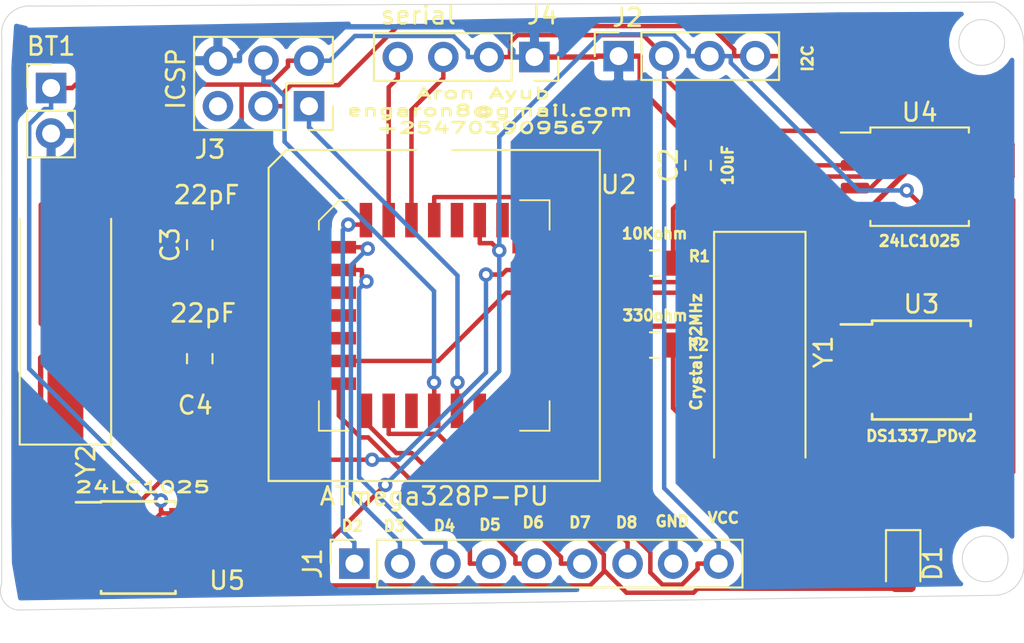
<source format=kicad_pcb>
(kicad_pcb (version 20171130) (host pcbnew "(5.1.5)-3")

  (general
    (thickness 1.6)
    (drawings 20)
    (tracks 317)
    (zones 0)
    (modules 17)
    (nets 31)
  )

  (page A4)
  (title_block
    (title "ARON AYUB")
    (date 2020-11-30)
    (rev 1)
  )

  (layers
    (0 F.Cu signal)
    (31 B.Cu signal)
    (32 B.Adhes user)
    (33 F.Adhes user)
    (34 B.Paste user)
    (35 F.Paste user)
    (36 B.SilkS user)
    (37 F.SilkS user)
    (38 B.Mask user)
    (39 F.Mask user)
    (40 Dwgs.User user)
    (41 Cmts.User user)
    (42 Eco1.User user)
    (43 Eco2.User user)
    (44 Edge.Cuts user)
    (45 Margin user)
    (46 B.CrtYd user)
    (47 F.CrtYd user)
    (48 B.Fab user)
    (49 F.Fab user)
  )

  (setup
    (last_trace_width 0.25)
    (trace_clearance 0.2)
    (zone_clearance 0.508)
    (zone_45_only no)
    (trace_min 0.2)
    (via_size 0.8)
    (via_drill 0.4)
    (via_min_size 0.4)
    (via_min_drill 0.3)
    (uvia_size 0.3)
    (uvia_drill 0.1)
    (uvias_allowed no)
    (uvia_min_size 0.2)
    (uvia_min_drill 0.1)
    (edge_width 0.05)
    (segment_width 0.2)
    (pcb_text_width 0.3)
    (pcb_text_size 1.5 1.5)
    (mod_edge_width 0.12)
    (mod_text_size 1 0.6)
    (mod_text_width 0.15)
    (pad_size 1.524 1.524)
    (pad_drill 0.762)
    (pad_to_mask_clearance 0.051)
    (solder_mask_min_width 0.25)
    (aux_axis_origin 0 0)
    (visible_elements 7FFFFFFF)
    (pcbplotparams
      (layerselection 0x010fc_ffffffff)
      (usegerberextensions true)
      (usegerberattributes false)
      (usegerberadvancedattributes false)
      (creategerberjobfile false)
      (excludeedgelayer true)
      (linewidth 0.100000)
      (plotframeref false)
      (viasonmask false)
      (mode 1)
      (useauxorigin false)
      (hpglpennumber 1)
      (hpglpenspeed 20)
      (hpglpendiameter 15.000000)
      (psnegative false)
      (psa4output false)
      (plotreference true)
      (plotvalue true)
      (plotinvisibletext false)
      (padsonsilk false)
      (subtractmaskfromsilk false)
      (outputformat 1)
      (mirror false)
      (drillshape 0)
      (scaleselection 1)
      (outputdirectory "PROJ3_2LAYER/"))
  )

  (net 0 "")
  (net 1 GNDPWR)
  (net 2 /VCC)
  (net 3 "Net-(C3-Pad1)")
  (net 4 /ADDR1)
  (net 5 /SCK)
  (net 6 "Net-(D1-Pad1)")
  (net 7 /D8)
  (net 8 /D7)
  (net 9 /D6)
  (net 10 /D5)
  (net 11 /D4)
  (net 12 /D3)
  (net 13 /D2)
  (net 14 /SDA)
  (net 15 /connectors1/RESET)
  (net 16 /MOSI)
  (net 17 /MISO)
  (net 18 /TX)
  (net 19 /RX)
  (net 20 /RESET)
  (net 21 "Net-(U2-Pad25)")
  (net 22 /ADDR2)
  (net 23 "Net-(U2-Pad21)")
  (net 24 "Net-(U2-Pad19)")
  (net 25 "Net-(U2-Pad14)")
  (net 26 "Net-(U2-Pad26)")
  (net 27 "Net-(U2-Pad28)")
  (net 28 "Net-(U3-Pad7)")
  (net 29 "Net-(U3-Pad2)")
  (net 30 "Net-(U3-Pad1)")

  (net_class Default "This is the default net class."
    (clearance 0.2)
    (trace_width 0.25)
    (via_dia 0.8)
    (via_drill 0.4)
    (uvia_dia 0.3)
    (uvia_drill 0.1)
    (add_net /ADDR1)
    (add_net /ADDR2)
    (add_net /D2)
    (add_net /D3)
    (add_net /D4)
    (add_net /D5)
    (add_net /D6)
    (add_net /D7)
    (add_net /D8)
    (add_net /MISO)
    (add_net /MOSI)
    (add_net /RESET)
    (add_net /RX)
    (add_net /SCK)
    (add_net /SDA)
    (add_net /TX)
    (add_net /VCC)
    (add_net /connectors1/RESET)
    (add_net "Net-(C3-Pad1)")
    (add_net "Net-(D1-Pad1)")
    (add_net "Net-(U2-Pad14)")
    (add_net "Net-(U2-Pad19)")
    (add_net "Net-(U2-Pad21)")
    (add_net "Net-(U2-Pad25)")
    (add_net "Net-(U2-Pad26)")
    (add_net "Net-(U2-Pad28)")
    (add_net "Net-(U3-Pad1)")
    (add_net "Net-(U3-Pad2)")
    (add_net "Net-(U3-Pad7)")
  )

  (net_class Power ""
    (clearance 0.2)
    (trace_width 0.3)
    (via_dia 1)
    (via_drill 0.6)
    (uvia_dia 0.3)
    (uvia_drill 0.1)
    (add_net GNDPWR)
  )

  (module Connector_PinSocket_2.54mm:PinSocket_2x03_P2.54mm_Vertical (layer F.Cu) (tedit 5A19A425) (tstamp 5FC4D052)
    (at 111.379 126.746 270)
    (descr "Through hole straight socket strip, 2x03, 2.54mm pitch, double cols (from Kicad 4.0.7), script generated")
    (tags "Through hole socket strip THT 2x03 2.54mm double row")
    (path /5FB3D407/5FB41717)
    (fp_text reference J3 (at 2.413 5.5245 180) (layer F.SilkS)
      (effects (font (size 1 1) (thickness 0.15)))
    )
    (fp_text value ICSP (at -1.524 7.4295 90) (layer F.SilkS)
      (effects (font (size 1 1) (thickness 0.15)))
    )
    (fp_text user %R (at 1.27 2.54) (layer F.Fab)
      (effects (font (size 1 1) (thickness 0.15)))
    )
    (fp_line (start -4.34 6.85) (end -4.34 -1.8) (layer F.CrtYd) (width 0.05))
    (fp_line (start 1.76 6.85) (end -4.34 6.85) (layer F.CrtYd) (width 0.05))
    (fp_line (start 1.76 -1.8) (end 1.76 6.85) (layer F.CrtYd) (width 0.05))
    (fp_line (start -4.34 -1.8) (end 1.76 -1.8) (layer F.CrtYd) (width 0.05))
    (fp_line (start 0 -1.33) (end 1.33 -1.33) (layer F.SilkS) (width 0.12))
    (fp_line (start 1.33 -1.33) (end 1.33 0) (layer F.SilkS) (width 0.12))
    (fp_line (start -1.27 -1.33) (end -1.27 1.27) (layer F.SilkS) (width 0.12))
    (fp_line (start -1.27 1.27) (end 1.33 1.27) (layer F.SilkS) (width 0.12))
    (fp_line (start 1.33 1.27) (end 1.33 6.41) (layer F.SilkS) (width 0.12))
    (fp_line (start -3.87 6.41) (end 1.33 6.41) (layer F.SilkS) (width 0.12))
    (fp_line (start -3.87 -1.33) (end -3.87 6.41) (layer F.SilkS) (width 0.12))
    (fp_line (start -3.87 -1.33) (end -1.27 -1.33) (layer F.SilkS) (width 0.12))
    (fp_line (start -3.81 6.35) (end -3.81 -1.27) (layer F.Fab) (width 0.1))
    (fp_line (start 1.27 6.35) (end -3.81 6.35) (layer F.Fab) (width 0.1))
    (fp_line (start 1.27 -0.27) (end 1.27 6.35) (layer F.Fab) (width 0.1))
    (fp_line (start 0.27 -1.27) (end 1.27 -0.27) (layer F.Fab) (width 0.1))
    (fp_line (start -3.81 -1.27) (end 0.27 -1.27) (layer F.Fab) (width 0.1))
    (pad 6 thru_hole oval (at -2.54 5.08 270) (size 1.7 1.7) (drill 1) (layers *.Cu *.Mask)
      (net 1 GNDPWR))
    (pad 5 thru_hole oval (at 0 5.08 270) (size 1.7 1.7) (drill 1) (layers *.Cu *.Mask)
      (net 15 /connectors1/RESET))
    (pad 4 thru_hole oval (at -2.54 2.54 270) (size 1.7 1.7) (drill 1) (layers *.Cu *.Mask)
      (net 16 /MOSI))
    (pad 3 thru_hole oval (at 0 2.54 270) (size 1.7 1.7) (drill 1) (layers *.Cu *.Mask)
      (net 5 /SCK))
    (pad 2 thru_hole oval (at -2.54 0 270) (size 1.7 1.7) (drill 1) (layers *.Cu *.Mask)
      (net 2 /VCC))
    (pad 1 thru_hole rect (at 0 0 270) (size 1.7 1.7) (drill 1) (layers *.Cu *.Mask)
      (net 17 /MISO))
    (model ${KISYS3DMOD}/Connector_PinSocket_2.54mm.3dshapes/PinSocket_2x03_P2.54mm_Vertical.wrl
      (at (xyz 0 0 0))
      (scale (xyz 1 1 1))
      (rotate (xyz 0 0 0))
    )
  )

  (module Connector_PinSocket_2.54mm:PinSocket_1x04_P2.54mm_Vertical (layer F.Cu) (tedit 5A19A429) (tstamp 5FC4D06A)
    (at 123.952 124.002 270)
    (descr "Through hole straight socket strip, 1x04, 2.54mm pitch, single row (from Kicad 4.0.7), script generated")
    (tags "Through hole socket strip THT 1x04 2.54mm single row")
    (path /5FB3D407/5FB56E03)
    (fp_text reference J4 (at -2.336 -0.4445) (layer F.SilkS)
      (effects (font (size 1 1) (thickness 0.15)))
    )
    (fp_text value serial (at -2.336 6.477) (layer F.SilkS)
      (effects (font (size 1 1) (thickness 0.15)))
    )
    (fp_text user %R (at 0 3.81) (layer F.Fab)
      (effects (font (size 1 1) (thickness 0.15)))
    )
    (fp_line (start -1.8 9.4) (end -1.8 -1.8) (layer F.CrtYd) (width 0.05))
    (fp_line (start 1.75 9.4) (end -1.8 9.4) (layer F.CrtYd) (width 0.05))
    (fp_line (start 1.75 -1.8) (end 1.75 9.4) (layer F.CrtYd) (width 0.05))
    (fp_line (start -1.8 -1.8) (end 1.75 -1.8) (layer F.CrtYd) (width 0.05))
    (fp_line (start 0 -1.33) (end 1.33 -1.33) (layer F.SilkS) (width 0.12))
    (fp_line (start 1.33 -1.33) (end 1.33 0) (layer F.SilkS) (width 0.12))
    (fp_line (start 1.33 1.27) (end 1.33 8.95) (layer F.SilkS) (width 0.12))
    (fp_line (start -1.33 8.95) (end 1.33 8.95) (layer F.SilkS) (width 0.12))
    (fp_line (start -1.33 1.27) (end -1.33 8.95) (layer F.SilkS) (width 0.12))
    (fp_line (start -1.33 1.27) (end 1.33 1.27) (layer F.SilkS) (width 0.12))
    (fp_line (start -1.27 8.89) (end -1.27 -1.27) (layer F.Fab) (width 0.1))
    (fp_line (start 1.27 8.89) (end -1.27 8.89) (layer F.Fab) (width 0.1))
    (fp_line (start 1.27 -0.635) (end 1.27 8.89) (layer F.Fab) (width 0.1))
    (fp_line (start 0.635 -1.27) (end 1.27 -0.635) (layer F.Fab) (width 0.1))
    (fp_line (start -1.27 -1.27) (end 0.635 -1.27) (layer F.Fab) (width 0.1))
    (pad 4 thru_hole oval (at 0 7.62 270) (size 1.7 1.7) (drill 1) (layers *.Cu *.Mask)
      (net 18 /TX))
    (pad 3 thru_hole oval (at 0 5.08 270) (size 1.7 1.7) (drill 1) (layers *.Cu *.Mask)
      (net 19 /RX))
    (pad 2 thru_hole oval (at 0 2.54 270) (size 1.7 1.7) (drill 1) (layers *.Cu *.Mask)
      (net 2 /VCC))
    (pad 1 thru_hole rect (at 0 0 270) (size 1.7 1.7) (drill 1) (layers *.Cu *.Mask)
      (net 1 GNDPWR))
    (model ${KISYS3DMOD}/Connector_PinSocket_2.54mm.3dshapes/PinSocket_1x04_P2.54mm_Vertical.wrl
      (at (xyz 0 0 0))
      (scale (xyz 1 1 1))
      (rotate (xyz 0 0 0))
    )
  )

  (module Connector_PinSocket_2.54mm:PinSocket_1x04_P2.54mm_Vertical (layer F.Cu) (tedit 5A19A429) (tstamp 5FC4D036)
    (at 128.651 123.952 90)
    (descr "Through hole straight socket strip, 1x04, 2.54mm pitch, single row (from Kicad 4.0.7), script generated")
    (tags "Through hole socket strip THT 1x04 2.54mm single row")
    (path /5FB3D407/5FB43876)
    (fp_text reference J2 (at 2.159 0.508 180) (layer F.SilkS)
      (effects (font (size 1 1) (thickness 0.15)))
    )
    (fp_text value I2C (at -0.127 10.541 90) (layer F.SilkS)
      (effects (font (size 0.6 0.6) (thickness 0.15)))
    )
    (fp_text user %R (at 0 3.81) (layer F.Fab)
      (effects (font (size 1 1) (thickness 0.15)))
    )
    (fp_line (start -1.8 9.4) (end -1.8 -1.8) (layer F.CrtYd) (width 0.05))
    (fp_line (start 1.75 9.4) (end -1.8 9.4) (layer F.CrtYd) (width 0.05))
    (fp_line (start 1.75 -1.8) (end 1.75 9.4) (layer F.CrtYd) (width 0.05))
    (fp_line (start -1.8 -1.8) (end 1.75 -1.8) (layer F.CrtYd) (width 0.05))
    (fp_line (start 0 -1.33) (end 1.33 -1.33) (layer F.SilkS) (width 0.12))
    (fp_line (start 1.33 -1.33) (end 1.33 0) (layer F.SilkS) (width 0.12))
    (fp_line (start 1.33 1.27) (end 1.33 8.95) (layer F.SilkS) (width 0.12))
    (fp_line (start -1.33 8.95) (end 1.33 8.95) (layer F.SilkS) (width 0.12))
    (fp_line (start -1.33 1.27) (end -1.33 8.95) (layer F.SilkS) (width 0.12))
    (fp_line (start -1.33 1.27) (end 1.33 1.27) (layer F.SilkS) (width 0.12))
    (fp_line (start -1.27 8.89) (end -1.27 -1.27) (layer F.Fab) (width 0.1))
    (fp_line (start 1.27 8.89) (end -1.27 8.89) (layer F.Fab) (width 0.1))
    (fp_line (start 1.27 -0.635) (end 1.27 8.89) (layer F.Fab) (width 0.1))
    (fp_line (start 0.635 -1.27) (end 1.27 -0.635) (layer F.Fab) (width 0.1))
    (fp_line (start -1.27 -1.27) (end 0.635 -1.27) (layer F.Fab) (width 0.1))
    (pad 4 thru_hole oval (at 0 7.62 90) (size 1.7 1.7) (drill 1) (layers *.Cu *.Mask)
      (net 5 /SCK))
    (pad 3 thru_hole oval (at 0 5.08 90) (size 1.7 1.7) (drill 1) (layers *.Cu *.Mask)
      (net 14 /SDA))
    (pad 2 thru_hole oval (at 0 2.54 90) (size 1.7 1.7) (drill 1) (layers *.Cu *.Mask)
      (net 2 /VCC))
    (pad 1 thru_hole rect (at 0 0 90) (size 1.7 1.7) (drill 1) (layers *.Cu *.Mask)
      (net 1 GNDPWR))
    (model ${KISYS3DMOD}/Connector_PinSocket_2.54mm.3dshapes/PinSocket_1x04_P2.54mm_Vertical.wrl
      (at (xyz 0 0 0))
      (scale (xyz 1 1 1))
      (rotate (xyz 0 0 0))
    )
  )

  (module Connector_PinSocket_2.54mm:PinSocket_1x09_P2.54mm_Vertical (layer F.Cu) (tedit 5A19A431) (tstamp 5FC4D01E)
    (at 113.91 152.284 90)
    (descr "Through hole straight socket strip, 1x09, 2.54mm pitch, single row (from Kicad 4.0.7), script generated")
    (tags "Through hole socket strip THT 1x09 2.54mm single row")
    (path /5FB3D407/5FB42BF0)
    (fp_text reference J1 (at 0 -2.33 90) (layer F.SilkS)
      (effects (font (size 1 1) (thickness 0.15)))
    )
    (fp_text value "digital pins" (at 0 22.65 90) (layer F.Fab)
      (effects (font (size 1 1) (thickness 0.15)))
    )
    (fp_text user %R (at 0 10.16) (layer F.Fab)
      (effects (font (size 1 1) (thickness 0.15)))
    )
    (fp_line (start -1.8 22.1) (end -1.8 -1.8) (layer F.CrtYd) (width 0.05))
    (fp_line (start 1.75 22.1) (end -1.8 22.1) (layer F.CrtYd) (width 0.05))
    (fp_line (start 1.75 -1.8) (end 1.75 22.1) (layer F.CrtYd) (width 0.05))
    (fp_line (start -1.8 -1.8) (end 1.75 -1.8) (layer F.CrtYd) (width 0.05))
    (fp_line (start 0 -1.33) (end 1.33 -1.33) (layer F.SilkS) (width 0.12))
    (fp_line (start 1.33 -1.33) (end 1.33 0) (layer F.SilkS) (width 0.12))
    (fp_line (start 1.33 1.27) (end 1.33 21.65) (layer F.SilkS) (width 0.12))
    (fp_line (start -1.33 21.65) (end 1.33 21.65) (layer F.SilkS) (width 0.12))
    (fp_line (start -1.33 1.27) (end -1.33 21.65) (layer F.SilkS) (width 0.12))
    (fp_line (start -1.33 1.27) (end 1.33 1.27) (layer F.SilkS) (width 0.12))
    (fp_line (start -1.27 21.59) (end -1.27 -1.27) (layer F.Fab) (width 0.1))
    (fp_line (start 1.27 21.59) (end -1.27 21.59) (layer F.Fab) (width 0.1))
    (fp_line (start 1.27 -0.635) (end 1.27 21.59) (layer F.Fab) (width 0.1))
    (fp_line (start 0.635 -1.27) (end 1.27 -0.635) (layer F.Fab) (width 0.1))
    (fp_line (start -1.27 -1.27) (end 0.635 -1.27) (layer F.Fab) (width 0.1))
    (pad 9 thru_hole oval (at 0 20.32 90) (size 1.7 1.7) (drill 1) (layers *.Cu *.Mask)
      (net 2 /VCC))
    (pad 8 thru_hole oval (at 0 17.78 90) (size 1.7 1.7) (drill 1) (layers *.Cu *.Mask)
      (net 1 GNDPWR))
    (pad 7 thru_hole oval (at 0 15.24 90) (size 1.7 1.7) (drill 1) (layers *.Cu *.Mask)
      (net 7 /D8))
    (pad 6 thru_hole oval (at 0 12.7 90) (size 1.7 1.7) (drill 1) (layers *.Cu *.Mask)
      (net 8 /D7))
    (pad 5 thru_hole oval (at 0 10.16 90) (size 1.7 1.7) (drill 1) (layers *.Cu *.Mask)
      (net 9 /D6))
    (pad 4 thru_hole oval (at 0 7.62 90) (size 1.7 1.7) (drill 1) (layers *.Cu *.Mask)
      (net 10 /D5))
    (pad 3 thru_hole oval (at 0 5.08 90) (size 1.7 1.7) (drill 1) (layers *.Cu *.Mask)
      (net 11 /D4))
    (pad 2 thru_hole oval (at 0 2.54 90) (size 1.7 1.7) (drill 1) (layers *.Cu *.Mask)
      (net 12 /D3))
    (pad 1 thru_hole rect (at 0 0 90) (size 1.7 1.7) (drill 1) (layers *.Cu *.Mask)
      (net 13 /D2))
    (model ${KISYS3DMOD}/Connector_PinSocket_2.54mm.3dshapes/PinSocket_1x09_P2.54mm_Vertical.wrl
      (at (xyz 0 0 0))
      (scale (xyz 1 1 1))
      (rotate (xyz 0 0 0))
    )
  )

  (module Crystal:Crystal_SMD_HC49-SD (layer F.Cu) (tedit 5A1AD52C) (tstamp 5FC4D155)
    (at 97.79 138.938 90)
    (descr "SMD Crystal HC-49-SD http://cdn-reichelt.de/documents/datenblatt/B400/xxx-HC49-SMD.pdf, 11.4x4.7mm^2 package")
    (tags "SMD SMT crystal")
    (path /5FB2843F)
    (attr smd)
    (fp_text reference Y2 (at -7.62 1.143 90) (layer F.SilkS)
      (effects (font (size 1 1) (thickness 0.15)))
    )
    (fp_text value "Crystal 16Mhz" (at 0 3.55 90) (layer F.Fab)
      (effects (font (size 1 1) (thickness 0.15)))
    )
    (fp_arc (start 3.015 0) (end 3.015 -2.115) (angle 180) (layer F.Fab) (width 0.1))
    (fp_arc (start -3.015 0) (end -3.015 -2.115) (angle -180) (layer F.Fab) (width 0.1))
    (fp_line (start 6.8 -2.6) (end -6.8 -2.6) (layer F.CrtYd) (width 0.05))
    (fp_line (start 6.8 2.6) (end 6.8 -2.6) (layer F.CrtYd) (width 0.05))
    (fp_line (start -6.8 2.6) (end 6.8 2.6) (layer F.CrtYd) (width 0.05))
    (fp_line (start -6.8 -2.6) (end -6.8 2.6) (layer F.CrtYd) (width 0.05))
    (fp_line (start -6.7 2.55) (end 5.9 2.55) (layer F.SilkS) (width 0.12))
    (fp_line (start -6.7 -2.55) (end -6.7 2.55) (layer F.SilkS) (width 0.12))
    (fp_line (start 5.9 -2.55) (end -6.7 -2.55) (layer F.SilkS) (width 0.12))
    (fp_line (start -3.015 2.115) (end 3.015 2.115) (layer F.Fab) (width 0.1))
    (fp_line (start -3.015 -2.115) (end 3.015 -2.115) (layer F.Fab) (width 0.1))
    (fp_line (start 5.7 -2.35) (end -5.7 -2.35) (layer F.Fab) (width 0.1))
    (fp_line (start 5.7 2.35) (end 5.7 -2.35) (layer F.Fab) (width 0.1))
    (fp_line (start -5.7 2.35) (end 5.7 2.35) (layer F.Fab) (width 0.1))
    (fp_line (start -5.7 -2.35) (end -5.7 2.35) (layer F.Fab) (width 0.1))
    (fp_text user %R (at 0.762 0.4445 90) (layer F.Fab)
      (effects (font (size 1 1) (thickness 0.15)))
    )
    (pad 2 smd rect (at 4.25 0 90) (size 4.5 2) (layers F.Cu F.Paste F.Mask)
      (net 3 "Net-(C3-Pad1)"))
    (pad 1 smd rect (at -4.25 0 90) (size 4.5 2) (layers F.Cu F.Paste F.Mask)
      (net 4 /ADDR1))
    (model ${KISYS3DMOD}/Crystal.3dshapes/Crystal_SMD_HC49-SD.wrl
      (at (xyz 0 0 0))
      (scale (xyz 1 1 1))
      (rotate (xyz 0 0 0))
    )
  )

  (module Crystal:Crystal_SMD_HC49-SD (layer F.Cu) (tedit 5A1AD52C) (tstamp 5FC4D13F)
    (at 136.525 140.462 270)
    (descr "SMD Crystal HC-49-SD http://cdn-reichelt.de/documents/datenblatt/B400/xxx-HC49-SMD.pdf, 11.4x4.7mm^2 package")
    (tags "SMD SMT crystal")
    (path /5FB27667)
    (attr smd)
    (fp_text reference Y1 (at 0 -3.55 90) (layer F.SilkS)
      (effects (font (size 1 1) (thickness 0.15)))
    )
    (fp_text value "Crystal 32MHz" (at 0 3.55 90) (layer F.SilkS)
      (effects (font (size 0.6 0.6) (thickness 0.15)))
    )
    (fp_arc (start 3.015 0) (end 3.015 -2.115) (angle 180) (layer F.Fab) (width 0.1))
    (fp_arc (start -3.015 0) (end -3.015 -2.115) (angle -180) (layer F.Fab) (width 0.1))
    (fp_line (start 6.8 -2.6) (end -6.8 -2.6) (layer F.CrtYd) (width 0.05))
    (fp_line (start 6.8 2.6) (end 6.8 -2.6) (layer F.CrtYd) (width 0.05))
    (fp_line (start -6.8 2.6) (end 6.8 2.6) (layer F.CrtYd) (width 0.05))
    (fp_line (start -6.8 -2.6) (end -6.8 2.6) (layer F.CrtYd) (width 0.05))
    (fp_line (start -6.7 2.55) (end 5.9 2.55) (layer F.SilkS) (width 0.12))
    (fp_line (start -6.7 -2.55) (end -6.7 2.55) (layer F.SilkS) (width 0.12))
    (fp_line (start 5.9 -2.55) (end -6.7 -2.55) (layer F.SilkS) (width 0.12))
    (fp_line (start -3.015 2.115) (end 3.015 2.115) (layer F.Fab) (width 0.1))
    (fp_line (start -3.015 -2.115) (end 3.015 -2.115) (layer F.Fab) (width 0.1))
    (fp_line (start 5.7 -2.35) (end -5.7 -2.35) (layer F.Fab) (width 0.1))
    (fp_line (start 5.7 2.35) (end 5.7 -2.35) (layer F.Fab) (width 0.1))
    (fp_line (start -5.7 2.35) (end 5.7 2.35) (layer F.Fab) (width 0.1))
    (fp_line (start -5.7 -2.35) (end -5.7 2.35) (layer F.Fab) (width 0.1))
    (fp_text user %R (at 0 0 90) (layer F.Fab)
      (effects (font (size 1 1) (thickness 0.15)))
    )
    (pad 2 smd rect (at 4.25 0 270) (size 4.5 2) (layers F.Cu F.Paste F.Mask)
      (net 29 "Net-(U3-Pad2)"))
    (pad 1 smd rect (at -4.25 0 270) (size 4.5 2) (layers F.Cu F.Paste F.Mask)
      (net 30 "Net-(U3-Pad1)"))
    (model ${KISYS3DMOD}/Crystal.3dshapes/Crystal_SMD_HC49-SD.wrl
      (at (xyz 0 0 0))
      (scale (xyz 1 1 1))
      (rotate (xyz 0 0 0))
    )
  )

  (module Package_SO:PowerIntegrations_SO-8 (layer F.Cu) (tedit 5A42316D) (tstamp 5FC4F285)
    (at 101.854 151.384)
    (descr "Power-Integrations variant of 8-Lead Plastic Small Outline (SN) - Narrow, 3.90 mm Body [SOIC], see https://ac-dc.power.com/sites/default/files/product-docs/senzero_family_datasheet.pdf")
    (tags "SOIC 1.27")
    (path /5FB2E43B)
    (attr smd)
    (fp_text reference U5 (at 4.953 1.8415) (layer F.SilkS)
      (effects (font (size 1 1) (thickness 0.15)))
    )
    (fp_text value 24LC1025 (at 0.254 -3.3655) (layer F.SilkS)
      (effects (font (size 0.6 1) (thickness 0.15)))
    )
    (fp_text user %R (at 0 0) (layer F.Fab)
      (effects (font (size 1 1) (thickness 0.15)))
    )
    (fp_line (start -0.95 -2.45) (end 1.95 -2.45) (layer F.Fab) (width 0.1))
    (fp_line (start 1.95 -2.45) (end 1.95 2.45) (layer F.Fab) (width 0.1))
    (fp_line (start 1.95 2.45) (end -1.95 2.45) (layer F.Fab) (width 0.1))
    (fp_line (start -1.95 2.45) (end -1.95 -1.45) (layer F.Fab) (width 0.1))
    (fp_line (start -1.95 -1.45) (end -0.95 -2.45) (layer F.Fab) (width 0.1))
    (fp_line (start -2.075 -2.575) (end -2.075 -2.525) (layer F.SilkS) (width 0.15))
    (fp_line (start 2.075 -2.575) (end 2.075 -2.43) (layer F.SilkS) (width 0.15))
    (fp_line (start 2.075 2.575) (end 2.075 2.43) (layer F.SilkS) (width 0.15))
    (fp_line (start -2.075 2.575) (end -2.075 2.43) (layer F.SilkS) (width 0.15))
    (fp_line (start -2.075 -2.575) (end 2.075 -2.575) (layer F.SilkS) (width 0.15))
    (fp_line (start -2.075 2.575) (end 2.075 2.575) (layer F.SilkS) (width 0.15))
    (fp_line (start -2.075 -2.525) (end -3.475 -2.525) (layer F.SilkS) (width 0.15))
    (fp_line (start -3.98 -2.7) (end 3.97 -2.7) (layer F.CrtYd) (width 0.05))
    (fp_line (start -3.98 -2.7) (end -3.98 2.7) (layer F.CrtYd) (width 0.05))
    (fp_line (start 3.97 2.7) (end 3.97 -2.7) (layer F.CrtYd) (width 0.05))
    (fp_line (start 3.97 2.7) (end -3.98 2.7) (layer F.CrtYd) (width 0.05))
    (pad 1 smd rect (at -2.725 -1.905) (size 2 0.6) (layers F.Cu F.Paste F.Mask)
      (net 4 /ADDR1))
    (pad 2 smd rect (at -2.725 -0.635) (size 2 0.6) (layers F.Cu F.Paste F.Mask)
      (net 22 /ADDR2))
    (pad 3 smd rect (at -2.725 0.635) (size 2 0.6) (layers F.Cu F.Paste F.Mask)
      (net 2 /VCC))
    (pad 4 smd rect (at -2.725 1.905) (size 2 0.6) (layers F.Cu F.Paste F.Mask)
      (net 1 GNDPWR))
    (pad 5 smd rect (at 2.725 1.905) (size 2 0.6) (layers F.Cu F.Paste F.Mask)
      (net 14 /SDA))
    (pad 6 smd rect (at 2.725 0.635) (size 2 0.6) (layers F.Cu F.Paste F.Mask)
      (net 5 /SCK))
    (pad 7 smd rect (at 2.725 -0.635) (size 2 0.6) (layers F.Cu F.Paste F.Mask)
      (net 1 GNDPWR))
    (pad 8 smd rect (at 2.725 -1.905) (size 2 0.6) (layers F.Cu F.Paste F.Mask)
      (net 2 /VCC))
    (model ${KISYS3DMOD}/Package_SO.3dshapes/PowerIntegrations_SO-8.wrl
      (at (xyz 0 0 0))
      (scale (xyz 1 1 1))
      (rotate (xyz 0 0 0))
    )
  )

  (module Package_SO:SOIC-8_5.275x5.275mm_P1.27mm (layer F.Cu) (tedit 5D9F72B1) (tstamp 5FC4D10C)
    (at 145.442 130.683)
    (descr "SOIC, 8 Pin (http://ww1.microchip.com/downloads/en/DeviceDoc/20005045C.pdf#page=23), generated with kicad-footprint-generator ipc_gullwing_generator.py")
    (tags "SOIC SO")
    (path /5FB291EC)
    (attr smd)
    (fp_text reference U4 (at 0 -3.59) (layer F.SilkS)
      (effects (font (size 1 1) (thickness 0.15)))
    )
    (fp_text value 24LC1025 (at 0 3.59) (layer F.SilkS)
      (effects (font (size 0.6 0.6) (thickness 0.15)))
    )
    (fp_text user %R (at 0 0) (layer F.Fab)
      (effects (font (size 1 1) (thickness 0.15)))
    )
    (fp_line (start 4.65 -2.89) (end -4.65 -2.89) (layer F.CrtYd) (width 0.05))
    (fp_line (start 4.65 2.89) (end 4.65 -2.89) (layer F.CrtYd) (width 0.05))
    (fp_line (start -4.65 2.89) (end 4.65 2.89) (layer F.CrtYd) (width 0.05))
    (fp_line (start -4.65 -2.89) (end -4.65 2.89) (layer F.CrtYd) (width 0.05))
    (fp_line (start -2.6375 -1.6375) (end -1.6375 -2.6375) (layer F.Fab) (width 0.1))
    (fp_line (start -2.6375 2.6375) (end -2.6375 -1.6375) (layer F.Fab) (width 0.1))
    (fp_line (start 2.6375 2.6375) (end -2.6375 2.6375) (layer F.Fab) (width 0.1))
    (fp_line (start 2.6375 -2.6375) (end 2.6375 2.6375) (layer F.Fab) (width 0.1))
    (fp_line (start -1.6375 -2.6375) (end 2.6375 -2.6375) (layer F.Fab) (width 0.1))
    (fp_line (start -2.7475 -2.465) (end -4.4 -2.465) (layer F.SilkS) (width 0.12))
    (fp_line (start -2.7475 -2.7475) (end -2.7475 -2.465) (layer F.SilkS) (width 0.12))
    (fp_line (start 0 -2.7475) (end -2.7475 -2.7475) (layer F.SilkS) (width 0.12))
    (fp_line (start 2.7475 -2.7475) (end 2.7475 -2.465) (layer F.SilkS) (width 0.12))
    (fp_line (start 0 -2.7475) (end 2.7475 -2.7475) (layer F.SilkS) (width 0.12))
    (fp_line (start -2.7475 2.7475) (end -2.7475 2.465) (layer F.SilkS) (width 0.12))
    (fp_line (start 0 2.7475) (end -2.7475 2.7475) (layer F.SilkS) (width 0.12))
    (fp_line (start 2.7475 2.7475) (end 2.7475 2.465) (layer F.SilkS) (width 0.12))
    (fp_line (start 0 2.7475) (end 2.7475 2.7475) (layer F.SilkS) (width 0.12))
    (pad 8 smd roundrect (at 3.6 -1.905) (size 1.6 0.6) (layers F.Cu F.Paste F.Mask) (roundrect_rratio 0.25)
      (net 2 /VCC))
    (pad 7 smd roundrect (at 3.6 -0.635) (size 1.6 0.6) (layers F.Cu F.Paste F.Mask) (roundrect_rratio 0.25)
      (net 1 GNDPWR))
    (pad 6 smd roundrect (at 3.6 0.635) (size 1.6 0.6) (layers F.Cu F.Paste F.Mask) (roundrect_rratio 0.25)
      (net 5 /SCK))
    (pad 5 smd roundrect (at 3.6 1.905) (size 1.6 0.6) (layers F.Cu F.Paste F.Mask) (roundrect_rratio 0.25)
      (net 14 /SDA))
    (pad 4 smd roundrect (at -3.6 1.905) (size 1.6 0.6) (layers F.Cu F.Paste F.Mask) (roundrect_rratio 0.25)
      (net 1 GNDPWR))
    (pad 3 smd roundrect (at -3.6 0.635) (size 1.6 0.6) (layers F.Cu F.Paste F.Mask) (roundrect_rratio 0.25)
      (net 2 /VCC))
    (pad 2 smd roundrect (at -3.6 -0.635) (size 1.6 0.6) (layers F.Cu F.Paste F.Mask) (roundrect_rratio 0.25)
      (net 22 /ADDR2))
    (pad 1 smd roundrect (at -3.6 -1.905) (size 1.6 0.6) (layers F.Cu F.Paste F.Mask) (roundrect_rratio 0.25)
      (net 4 /ADDR1))
    (model ${KISYS3DMOD}/Package_SO.3dshapes/SOIC-8_5.275x5.275mm_P1.27mm.wrl
      (at (xyz 0 0 0))
      (scale (xyz 1 1 1))
      (rotate (xyz 0 0 0))
    )
  )

  (module Package_SO:SOIJ-8_5.3x5.3mm_P1.27mm (layer F.Cu) (tedit 5A02F2D3) (tstamp 5FC4D0ED)
    (at 145.542 141.478)
    (descr "8-Lead Plastic Small Outline (SM) - Medium, 5.28 mm Body [SOIC] (see Microchip Packaging Specification 00000049BS.pdf)")
    (tags "SOIC 1.27")
    (path /5FB26A21)
    (attr smd)
    (fp_text reference U3 (at 0 -3.68) (layer F.SilkS)
      (effects (font (size 1 1) (thickness 0.15)))
    )
    (fp_text value DS1337_PDv2 (at 0 3.68) (layer F.SilkS)
      (effects (font (size 0.6 0.6) (thickness 0.15)))
    )
    (fp_line (start -2.75 -2.55) (end -4.5 -2.55) (layer F.SilkS) (width 0.15))
    (fp_line (start -2.75 2.755) (end 2.75 2.755) (layer F.SilkS) (width 0.15))
    (fp_line (start -2.75 -2.755) (end 2.75 -2.755) (layer F.SilkS) (width 0.15))
    (fp_line (start -2.75 2.755) (end -2.75 2.455) (layer F.SilkS) (width 0.15))
    (fp_line (start 2.75 2.755) (end 2.75 2.455) (layer F.SilkS) (width 0.15))
    (fp_line (start 2.75 -2.755) (end 2.75 -2.455) (layer F.SilkS) (width 0.15))
    (fp_line (start -2.75 -2.755) (end -2.75 -2.55) (layer F.SilkS) (width 0.15))
    (fp_line (start -4.75 2.95) (end 4.75 2.95) (layer F.CrtYd) (width 0.05))
    (fp_line (start -4.75 -2.95) (end 4.75 -2.95) (layer F.CrtYd) (width 0.05))
    (fp_line (start 4.75 -2.95) (end 4.75 2.95) (layer F.CrtYd) (width 0.05))
    (fp_line (start -4.75 -2.95) (end -4.75 2.95) (layer F.CrtYd) (width 0.05))
    (fp_line (start -2.65 -1.65) (end -1.65 -2.65) (layer F.Fab) (width 0.15))
    (fp_line (start -2.65 2.65) (end -2.65 -1.65) (layer F.Fab) (width 0.15))
    (fp_line (start 2.65 2.65) (end -2.65 2.65) (layer F.Fab) (width 0.15))
    (fp_line (start 2.65 -2.65) (end 2.65 2.65) (layer F.Fab) (width 0.15))
    (fp_line (start -1.65 -2.65) (end 2.65 -2.65) (layer F.Fab) (width 0.15))
    (fp_text user %R (at 0 0) (layer F.Fab)
      (effects (font (size 1 1) (thickness 0.15)))
    )
    (pad 8 smd rect (at 3.65 -1.905) (size 1.7 0.65) (layers F.Cu F.Paste F.Mask)
      (net 2 /VCC))
    (pad 7 smd rect (at 3.65 -0.635) (size 1.7 0.65) (layers F.Cu F.Paste F.Mask)
      (net 28 "Net-(U3-Pad7)"))
    (pad 6 smd rect (at 3.65 0.635) (size 1.7 0.65) (layers F.Cu F.Paste F.Mask))
    (pad 5 smd rect (at 3.65 1.905) (size 1.7 0.65) (layers F.Cu F.Paste F.Mask)
      (net 14 /SDA))
    (pad 4 smd rect (at -3.65 1.905) (size 1.7 0.65) (layers F.Cu F.Paste F.Mask)
      (net 1 GNDPWR))
    (pad 3 smd rect (at -3.65 0.635) (size 1.7 0.65) (layers F.Cu F.Paste F.Mask))
    (pad 2 smd rect (at -3.65 -0.635) (size 1.7 0.65) (layers F.Cu F.Paste F.Mask)
      (net 29 "Net-(U3-Pad2)"))
    (pad 1 smd rect (at -3.65 -1.905) (size 1.7 0.65) (layers F.Cu F.Paste F.Mask)
      (net 30 "Net-(U3-Pad1)"))
    (model ${KISYS3DMOD}/Package_SO.3dshapes/SOIJ-8_5.3x5.3mm_P1.27mm.wrl
      (at (xyz 0 0 0))
      (scale (xyz 1 1 1))
      (rotate (xyz 0 0 0))
    )
  )

  (module Package_LCC:PLCC-28_SMD-Socket (layer F.Cu) (tedit 5A02ECC8) (tstamp 5FC4D0D0)
    (at 118.364 138.43)
    (descr "PLCC, 28 pins, surface mount")
    (tags "plcc smt")
    (path /5FB22A34)
    (attr smd)
    (fp_text reference U2 (at 10.287 -7.3025) (layer F.SilkS)
      (effects (font (size 1 1) (thickness 0.15)))
    )
    (fp_text value ATmega328P-PU (at 0 10.09) (layer F.SilkS)
      (effects (font (size 1 1) (thickness 0.15)))
    )
    (fp_text user %R (at 0 0) (layer F.Fab)
      (effects (font (size 1 1) (thickness 0.15)))
    )
    (fp_line (start 6.435 6.435) (end 6.435 4.785) (layer F.SilkS) (width 0.1))
    (fp_line (start 4.785 6.435) (end 6.435 6.435) (layer F.SilkS) (width 0.1))
    (fp_line (start -6.435 6.435) (end -6.435 4.785) (layer F.SilkS) (width 0.1))
    (fp_line (start -4.785 6.435) (end -6.435 6.435) (layer F.SilkS) (width 0.1))
    (fp_line (start 6.435 -6.435) (end 6.435 -4.785) (layer F.SilkS) (width 0.1))
    (fp_line (start 4.785 -6.435) (end 6.435 -6.435) (layer F.SilkS) (width 0.1))
    (fp_line (start -6.435 -5.285) (end -6.435 -4.785) (layer F.SilkS) (width 0.1))
    (fp_line (start -5.285 -6.435) (end -6.435 -5.285) (layer F.SilkS) (width 0.1))
    (fp_line (start -4.785 -6.435) (end -5.285 -6.435) (layer F.SilkS) (width 0.1))
    (fp_line (start 9.24 -9.24) (end 1 -9.24) (layer F.SilkS) (width 0.12))
    (fp_line (start 9.24 9.24) (end 9.24 -9.24) (layer F.SilkS) (width 0.12))
    (fp_line (start -9.24 9.24) (end 9.24 9.24) (layer F.SilkS) (width 0.12))
    (fp_line (start -9.24 -8.24) (end -9.24 9.24) (layer F.SilkS) (width 0.12))
    (fp_line (start -8.24 -9.24) (end -9.24 -8.24) (layer F.SilkS) (width 0.12))
    (fp_line (start -1 -9.24) (end -8.24 -9.24) (layer F.SilkS) (width 0.12))
    (fp_line (start 0 -8.09) (end 0.5 -9.09) (layer F.Fab) (width 0.1))
    (fp_line (start -0.5 -9.09) (end 0 -8.09) (layer F.Fab) (width 0.1))
    (fp_line (start 7.82 -7.82) (end -7.82 -7.82) (layer F.Fab) (width 0.1))
    (fp_line (start 7.82 7.82) (end 7.82 -7.82) (layer F.Fab) (width 0.1))
    (fp_line (start -7.82 7.82) (end 7.82 7.82) (layer F.Fab) (width 0.1))
    (fp_line (start -7.82 -7.82) (end -7.82 7.82) (layer F.Fab) (width 0.1))
    (fp_line (start 6.285 -6.285) (end -5.285 -6.285) (layer F.Fab) (width 0.1))
    (fp_line (start 6.285 6.285) (end 6.285 -6.285) (layer F.Fab) (width 0.1))
    (fp_line (start -6.285 6.285) (end 6.285 6.285) (layer F.Fab) (width 0.1))
    (fp_line (start -6.285 -5.285) (end -6.285 6.285) (layer F.Fab) (width 0.1))
    (fp_line (start -5.285 -6.285) (end -6.285 -5.285) (layer F.Fab) (width 0.1))
    (fp_line (start 9.55 -9.55) (end -9.55 -9.55) (layer F.CrtYd) (width 0.05))
    (fp_line (start 9.55 9.55) (end 9.55 -9.55) (layer F.CrtYd) (width 0.05))
    (fp_line (start -9.55 9.55) (end 9.55 9.55) (layer F.CrtYd) (width 0.05))
    (fp_line (start -9.55 -9.55) (end -9.55 9.55) (layer F.CrtYd) (width 0.05))
    (fp_line (start 9.09 -9.09) (end -8.09 -9.09) (layer F.Fab) (width 0.1))
    (fp_line (start 9.09 9.09) (end 9.09 -9.09) (layer F.Fab) (width 0.1))
    (fp_line (start -9.09 9.09) (end 9.09 9.09) (layer F.Fab) (width 0.1))
    (fp_line (start -9.09 -8.09) (end -9.09 9.09) (layer F.Fab) (width 0.1))
    (fp_line (start -8.09 -9.09) (end -9.09 -8.09) (layer F.Fab) (width 0.1))
    (pad 25 smd rect (at 5.3225 -3.81) (size 1.925 0.7) (layers F.Cu F.Paste F.Mask)
      (net 21 "Net-(U2-Pad25)"))
    (pad 24 smd rect (at 5.3225 -2.54) (size 1.925 0.7) (layers F.Cu F.Paste F.Mask)
      (net 22 /ADDR2))
    (pad 23 smd rect (at 5.3225 -1.27) (size 1.925 0.7) (layers F.Cu F.Paste F.Mask)
      (net 4 /ADDR1))
    (pad 22 smd rect (at 5.3225 0) (size 1.925 0.7) (layers F.Cu F.Paste F.Mask)
      (net 1 GNDPWR))
    (pad 21 smd rect (at 5.3225 1.27) (size 1.925 0.7) (layers F.Cu F.Paste F.Mask)
      (net 23 "Net-(U2-Pad21)"))
    (pad 20 smd rect (at 5.3225 2.54) (size 1.925 0.7) (layers F.Cu F.Paste F.Mask)
      (net 2 /VCC))
    (pad 19 smd rect (at 5.3225 3.81) (size 1.925 0.7) (layers F.Cu F.Paste F.Mask)
      (net 24 "Net-(U2-Pad19)"))
    (pad 18 smd rect (at 3.81 5.3225) (size 0.7 1.925) (layers F.Cu F.Paste F.Mask)
      (net 7 /D8))
    (pad 17 smd rect (at 2.54 5.3225) (size 0.7 1.925) (layers F.Cu F.Paste F.Mask)
      (net 5 /SCK))
    (pad 16 smd rect (at 1.27 5.3225) (size 0.7 1.925) (layers F.Cu F.Paste F.Mask)
      (net 17 /MISO))
    (pad 15 smd rect (at 0 5.3225) (size 0.7 1.925) (layers F.Cu F.Paste F.Mask)
      (net 16 /MOSI))
    (pad 14 smd rect (at -1.27 5.3225) (size 0.7 1.925) (layers F.Cu F.Paste F.Mask)
      (net 25 "Net-(U2-Pad14)"))
    (pad 13 smd rect (at -2.54 5.3225) (size 0.7 1.925) (layers F.Cu F.Paste F.Mask)
      (net 8 /D7))
    (pad 12 smd rect (at -3.81 5.3225) (size 0.7 1.925) (layers F.Cu F.Paste F.Mask)
      (net 9 /D6))
    (pad 11 smd rect (at -5.3225 3.81) (size 1.925 0.7) (layers F.Cu F.Paste F.Mask)
      (net 10 /D5))
    (pad 10 smd rect (at -5.3225 2.54) (size 1.925 0.7) (layers F.Cu F.Paste F.Mask)
      (net 4 /ADDR1))
    (pad 9 smd rect (at -5.3225 1.27) (size 1.925 0.7) (layers F.Cu F.Paste F.Mask)
      (net 3 "Net-(C3-Pad1)"))
    (pad 8 smd rect (at -5.3225 0) (size 1.925 0.7) (layers F.Cu F.Paste F.Mask)
      (net 1 GNDPWR))
    (pad 7 smd rect (at -5.3225 -1.27) (size 1.925 0.7) (layers F.Cu F.Paste F.Mask)
      (net 2 /VCC))
    (pad 6 smd rect (at -5.3225 -2.54) (size 1.925 0.7) (layers F.Cu F.Paste F.Mask)
      (net 11 /D4))
    (pad 5 smd rect (at -5.3225 -3.81) (size 1.925 0.7) (layers F.Cu F.Paste F.Mask)
      (net 12 /D3))
    (pad 26 smd rect (at 3.81 -5.3225) (size 0.7 1.925) (layers F.Cu F.Paste F.Mask)
      (net 26 "Net-(U2-Pad26)"))
    (pad 27 smd rect (at 2.54 -5.3225) (size 0.7 1.925) (layers F.Cu F.Paste F.Mask)
      (net 14 /SDA))
    (pad 28 smd rect (at 1.27 -5.3225) (size 0.7 1.925) (layers F.Cu F.Paste F.Mask)
      (net 27 "Net-(U2-Pad28)"))
    (pad 4 smd rect (at -3.81 -5.3225) (size 0.7 1.925) (layers F.Cu F.Paste F.Mask)
      (net 13 /D2))
    (pad 3 smd rect (at -2.54 -5.3225) (size 0.7 1.925) (layers F.Cu F.Paste F.Mask)
      (net 18 /TX))
    (pad 2 smd rect (at -1.27 -5.3225) (size 0.7 1.925) (layers F.Cu F.Paste F.Mask)
      (net 19 /RX))
    (pad 1 smd rect (at 0 -5.3225) (size 0.7 1.925) (layers F.Cu F.Paste F.Mask)
      (net 20 /RESET))
    (model ${KISYS3DMOD}/Package_LCC.3dshapes/PLCC-28_SMD-Socket.wrl
      (at (xyz 0 0 0))
      (scale (xyz 1 1 1))
      (rotate (xyz 0 0 0))
    )
  )

  (module Resistor_SMD:R_0805_2012Metric_Pad1.15x1.40mm_HandSolder (layer F.Cu) (tedit 5B36C52B) (tstamp 5FC4D08C)
    (at 130.661 140.081)
    (descr "Resistor SMD 0805 (2012 Metric), square (rectangular) end terminal, IPC_7351 nominal with elongated pad for handsoldering. (Body size source: https://docs.google.com/spreadsheets/d/1BsfQQcO9C6DZCsRaXUlFlo91Tg2WpOkGARC1WS5S8t0/edit?usp=sharing), generated with kicad-footprint-generator")
    (tags "resistor handsolder")
    (path /5FAD3D91)
    (attr smd)
    (fp_text reference R2 (at 2.435 0) (layer F.SilkS)
      (effects (font (size 0.6 0.6) (thickness 0.15)))
    )
    (fp_text value 330ohm (at 0.022 -1.651) (layer F.SilkS)
      (effects (font (size 0.6 0.6) (thickness 0.15)))
    )
    (fp_text user %R (at 0 0) (layer F.Fab)
      (effects (font (size 0.5 0.5) (thickness 0.08)))
    )
    (fp_line (start 1.85 0.95) (end -1.85 0.95) (layer F.CrtYd) (width 0.05))
    (fp_line (start 1.85 -0.95) (end 1.85 0.95) (layer F.CrtYd) (width 0.05))
    (fp_line (start -1.85 -0.95) (end 1.85 -0.95) (layer F.CrtYd) (width 0.05))
    (fp_line (start -1.85 0.95) (end -1.85 -0.95) (layer F.CrtYd) (width 0.05))
    (fp_line (start -0.261252 0.71) (end 0.261252 0.71) (layer F.SilkS) (width 0.12))
    (fp_line (start -0.261252 -0.71) (end 0.261252 -0.71) (layer F.SilkS) (width 0.12))
    (fp_line (start 1 0.6) (end -1 0.6) (layer F.Fab) (width 0.1))
    (fp_line (start 1 -0.6) (end 1 0.6) (layer F.Fab) (width 0.1))
    (fp_line (start -1 -0.6) (end 1 -0.6) (layer F.Fab) (width 0.1))
    (fp_line (start -1 0.6) (end -1 -0.6) (layer F.Fab) (width 0.1))
    (pad 2 smd roundrect (at 1.025 0) (size 1.15 1.4) (layers F.Cu F.Paste F.Mask) (roundrect_rratio 0.217391)
      (net 6 "Net-(D1-Pad1)"))
    (pad 1 smd roundrect (at -1.025 0) (size 1.15 1.4) (layers F.Cu F.Paste F.Mask) (roundrect_rratio 0.217391)
      (net 1 GNDPWR))
    (model ${KISYS3DMOD}/Resistor_SMD.3dshapes/R_0805_2012Metric.wrl
      (at (xyz 0 0 0))
      (scale (xyz 1 1 1))
      (rotate (xyz 0 0 0))
    )
  )

  (module Resistor_SMD:R_0805_2012Metric_Pad1.15x1.40mm_HandSolder (layer F.Cu) (tedit 5B36C52B) (tstamp 5FC4D07B)
    (at 130.661 135.509 180)
    (descr "Resistor SMD 0805 (2012 Metric), square (rectangular) end terminal, IPC_7351 nominal with elongated pad for handsoldering. (Body size source: https://docs.google.com/spreadsheets/d/1BsfQQcO9C6DZCsRaXUlFlo91Tg2WpOkGARC1WS5S8t0/edit?usp=sharing), generated with kicad-footprint-generator")
    (tags "resistor handsolder")
    (path /5FAD399F)
    (attr smd)
    (fp_text reference R1 (at -2.4985 0.381) (layer F.SilkS)
      (effects (font (size 0.6 0.6) (thickness 0.15)))
    )
    (fp_text value 10Kohm (at 0 1.65) (layer F.SilkS)
      (effects (font (size 0.6 0.6) (thickness 0.15)))
    )
    (fp_text user %R (at 0 0) (layer F.Fab)
      (effects (font (size 0.5 0.5) (thickness 0.08)))
    )
    (fp_line (start 1.85 0.95) (end -1.85 0.95) (layer F.CrtYd) (width 0.05))
    (fp_line (start 1.85 -0.95) (end 1.85 0.95) (layer F.CrtYd) (width 0.05))
    (fp_line (start -1.85 -0.95) (end 1.85 -0.95) (layer F.CrtYd) (width 0.05))
    (fp_line (start -1.85 0.95) (end -1.85 -0.95) (layer F.CrtYd) (width 0.05))
    (fp_line (start -0.261252 0.71) (end 0.261252 0.71) (layer F.SilkS) (width 0.12))
    (fp_line (start -0.261252 -0.71) (end 0.261252 -0.71) (layer F.SilkS) (width 0.12))
    (fp_line (start 1 0.6) (end -1 0.6) (layer F.Fab) (width 0.1))
    (fp_line (start 1 -0.6) (end 1 0.6) (layer F.Fab) (width 0.1))
    (fp_line (start -1 -0.6) (end 1 -0.6) (layer F.Fab) (width 0.1))
    (fp_line (start -1 0.6) (end -1 -0.6) (layer F.Fab) (width 0.1))
    (pad 2 smd roundrect (at 1.025 0 180) (size 1.15 1.4) (layers F.Cu F.Paste F.Mask) (roundrect_rratio 0.217391)
      (net 20 /RESET))
    (pad 1 smd roundrect (at -1.025 0 180) (size 1.15 1.4) (layers F.Cu F.Paste F.Mask) (roundrect_rratio 0.217391)
      (net 2 /VCC))
    (model ${KISYS3DMOD}/Resistor_SMD.3dshapes/R_0805_2012Metric.wrl
      (at (xyz 0 0 0))
      (scale (xyz 1 1 1))
      (rotate (xyz 0 0 0))
    )
  )

  (module LED_SMD:LED_0805_2012Metric_Pad1.15x1.40mm_HandSolder (layer F.Cu) (tedit 5B4B45C9) (tstamp 5FC50367)
    (at 144.526 152.273 270)
    (descr "LED SMD 0805 (2012 Metric), square (rectangular) end terminal, IPC_7351 nominal, (Body size source: https://docs.google.com/spreadsheets/d/1BsfQQcO9C6DZCsRaXUlFlo91Tg2WpOkGARC1WS5S8t0/edit?usp=sharing), generated with kicad-footprint-generator")
    (tags "LED handsolder")
    (path /5FAD3377)
    (attr smd)
    (fp_text reference D1 (at 0 -1.65 90) (layer F.SilkS)
      (effects (font (size 1 1) (thickness 0.15)))
    )
    (fp_text value LED (at 0 1.65 90) (layer F.Fab)
      (effects (font (size 1 1) (thickness 0.15)))
    )
    (fp_line (start 1 -0.6) (end -0.7 -0.6) (layer F.Fab) (width 0.1))
    (fp_line (start -0.7 -0.6) (end -1 -0.3) (layer F.Fab) (width 0.1))
    (fp_line (start -1 -0.3) (end -1 0.6) (layer F.Fab) (width 0.1))
    (fp_line (start -1 0.6) (end 1 0.6) (layer F.Fab) (width 0.1))
    (fp_line (start 1 0.6) (end 1 -0.6) (layer F.Fab) (width 0.1))
    (fp_line (start 1 -0.96) (end -1.86 -0.96) (layer F.SilkS) (width 0.12))
    (fp_line (start -1.86 -0.96) (end -1.86 0.96) (layer F.SilkS) (width 0.12))
    (fp_line (start -1.86 0.96) (end 1 0.96) (layer F.SilkS) (width 0.12))
    (fp_line (start -1.85 0.95) (end -1.85 -0.95) (layer F.CrtYd) (width 0.05))
    (fp_line (start -1.85 -0.95) (end 1.85 -0.95) (layer F.CrtYd) (width 0.05))
    (fp_line (start 1.85 -0.95) (end 1.85 0.95) (layer F.CrtYd) (width 0.05))
    (fp_line (start 1.85 0.95) (end -1.85 0.95) (layer F.CrtYd) (width 0.05))
    (fp_text user %R (at 0 0 90) (layer F.Fab)
      (effects (font (size 0.5 0.5) (thickness 0.08)))
    )
    (pad 1 smd roundrect (at -1.025 0 270) (size 1.15 1.4) (layers F.Cu F.Paste F.Mask) (roundrect_rratio 0.217391)
      (net 6 "Net-(D1-Pad1)"))
    (pad 2 smd roundrect (at 1.025 0 270) (size 1.15 1.4) (layers F.Cu F.Paste F.Mask) (roundrect_rratio 0.217391)
      (net 5 /SCK))
    (model ${KISYS3DMOD}/LED_SMD.3dshapes/LED_0805_2012Metric.wrl
      (at (xyz 0 0 0))
      (scale (xyz 1 1 1))
      (rotate (xyz 0 0 0))
    )
  )

  (module Capacitor_SMD:C_0805_2012Metric_Pad1.15x1.40mm_HandSolder (layer F.Cu) (tedit 5B36C52B) (tstamp 5FC4CFEE)
    (at 105.283 140.843 270)
    (descr "Capacitor SMD 0805 (2012 Metric), square (rectangular) end terminal, IPC_7351 nominal with elongated pad for handsoldering. (Body size source: https://docs.google.com/spreadsheets/d/1BsfQQcO9C6DZCsRaXUlFlo91Tg2WpOkGARC1WS5S8t0/edit?usp=sharing), generated with kicad-footprint-generator")
    (tags "capacitor handsolder")
    (path /5FAD1798)
    (attr smd)
    (fp_text reference C4 (at 2.6035 0.254) (layer F.SilkS)
      (effects (font (size 1 1) (thickness 0.15)))
    )
    (fp_text value 22pF (at -2.54 -0.1905 180) (layer F.SilkS)
      (effects (font (size 1 1) (thickness 0.15)))
    )
    (fp_text user %R (at 0 0 90) (layer F.Fab)
      (effects (font (size 0.5 0.5) (thickness 0.08)))
    )
    (fp_line (start 1.85 0.95) (end -1.85 0.95) (layer F.CrtYd) (width 0.05))
    (fp_line (start 1.85 -0.95) (end 1.85 0.95) (layer F.CrtYd) (width 0.05))
    (fp_line (start -1.85 -0.95) (end 1.85 -0.95) (layer F.CrtYd) (width 0.05))
    (fp_line (start -1.85 0.95) (end -1.85 -0.95) (layer F.CrtYd) (width 0.05))
    (fp_line (start -0.261252 0.71) (end 0.261252 0.71) (layer F.SilkS) (width 0.12))
    (fp_line (start -0.261252 -0.71) (end 0.261252 -0.71) (layer F.SilkS) (width 0.12))
    (fp_line (start 1 0.6) (end -1 0.6) (layer F.Fab) (width 0.1))
    (fp_line (start 1 -0.6) (end 1 0.6) (layer F.Fab) (width 0.1))
    (fp_line (start -1 -0.6) (end 1 -0.6) (layer F.Fab) (width 0.1))
    (fp_line (start -1 0.6) (end -1 -0.6) (layer F.Fab) (width 0.1))
    (pad 2 smd roundrect (at 1.025 0 270) (size 1.15 1.4) (layers F.Cu F.Paste F.Mask) (roundrect_rratio 0.217391)
      (net 4 /ADDR1))
    (pad 1 smd roundrect (at -1.025 0 270) (size 1.15 1.4) (layers F.Cu F.Paste F.Mask) (roundrect_rratio 0.217391)
      (net 1 GNDPWR))
    (model ${KISYS3DMOD}/Capacitor_SMD.3dshapes/C_0805_2012Metric.wrl
      (at (xyz 0 0 0))
      (scale (xyz 1 1 1))
      (rotate (xyz 0 0 0))
    )
  )

  (module Capacitor_SMD:C_0805_2012Metric_Pad1.15x1.40mm_HandSolder (layer F.Cu) (tedit 5B36C52B) (tstamp 5FC4CFDD)
    (at 105.283 134.484 90)
    (descr "Capacitor SMD 0805 (2012 Metric), square (rectangular) end terminal, IPC_7351 nominal with elongated pad for handsoldering. (Body size source: https://docs.google.com/spreadsheets/d/1BsfQQcO9C6DZCsRaXUlFlo91Tg2WpOkGARC1WS5S8t0/edit?usp=sharing), generated with kicad-footprint-generator")
    (tags "capacitor handsolder")
    (path /5FAD1172)
    (attr smd)
    (fp_text reference C3 (at 0 -1.65 90) (layer F.SilkS)
      (effects (font (size 1 1) (thickness 0.15)))
    )
    (fp_text value 22pF (at 2.785 0.381) (layer F.SilkS)
      (effects (font (size 1 1) (thickness 0.15)))
    )
    (fp_text user %R (at 0 0 90) (layer F.Fab)
      (effects (font (size 0.5 0.5) (thickness 0.08)))
    )
    (fp_line (start 1.85 0.95) (end -1.85 0.95) (layer F.CrtYd) (width 0.05))
    (fp_line (start 1.85 -0.95) (end 1.85 0.95) (layer F.CrtYd) (width 0.05))
    (fp_line (start -1.85 -0.95) (end 1.85 -0.95) (layer F.CrtYd) (width 0.05))
    (fp_line (start -1.85 0.95) (end -1.85 -0.95) (layer F.CrtYd) (width 0.05))
    (fp_line (start -0.261252 0.71) (end 0.261252 0.71) (layer F.SilkS) (width 0.12))
    (fp_line (start -0.261252 -0.71) (end 0.261252 -0.71) (layer F.SilkS) (width 0.12))
    (fp_line (start 1 0.6) (end -1 0.6) (layer F.Fab) (width 0.1))
    (fp_line (start 1 -0.6) (end 1 0.6) (layer F.Fab) (width 0.1))
    (fp_line (start -1 -0.6) (end 1 -0.6) (layer F.Fab) (width 0.1))
    (fp_line (start -1 0.6) (end -1 -0.6) (layer F.Fab) (width 0.1))
    (pad 2 smd roundrect (at 1.025 0 90) (size 1.15 1.4) (layers F.Cu F.Paste F.Mask) (roundrect_rratio 0.217391)
      (net 1 GNDPWR))
    (pad 1 smd roundrect (at -1.025 0 90) (size 1.15 1.4) (layers F.Cu F.Paste F.Mask) (roundrect_rratio 0.217391)
      (net 3 "Net-(C3-Pad1)"))
    (model ${KISYS3DMOD}/Capacitor_SMD.3dshapes/C_0805_2012Metric.wrl
      (at (xyz 0 0 0))
      (scale (xyz 1 1 1))
      (rotate (xyz 0 0 0))
    )
  )

  (module Capacitor_SMD:C_0805_2012Metric_Pad1.15x1.40mm_HandSolder (layer F.Cu) (tedit 5B36C52B) (tstamp 5FC4CFCC)
    (at 133.085 130.048 90)
    (descr "Capacitor SMD 0805 (2012 Metric), square (rectangular) end terminal, IPC_7351 nominal with elongated pad for handsoldering. (Body size source: https://docs.google.com/spreadsheets/d/1BsfQQcO9C6DZCsRaXUlFlo91Tg2WpOkGARC1WS5S8t0/edit?usp=sharing), generated with kicad-footprint-generator")
    (tags "capacitor handsolder")
    (path /5FAD2335)
    (attr smd)
    (fp_text reference C2 (at 0 -1.65 90) (layer F.SilkS)
      (effects (font (size 1 1) (thickness 0.15)))
    )
    (fp_text value 10uF (at 0 1.65 90) (layer F.SilkS)
      (effects (font (size 0.6 0.6) (thickness 0.15)))
    )
    (fp_text user %R (at 0 0 90) (layer F.Fab)
      (effects (font (size 0.5 0.5) (thickness 0.08)))
    )
    (fp_line (start 1.85 0.95) (end -1.85 0.95) (layer F.CrtYd) (width 0.05))
    (fp_line (start 1.85 -0.95) (end 1.85 0.95) (layer F.CrtYd) (width 0.05))
    (fp_line (start -1.85 -0.95) (end 1.85 -0.95) (layer F.CrtYd) (width 0.05))
    (fp_line (start -1.85 0.95) (end -1.85 -0.95) (layer F.CrtYd) (width 0.05))
    (fp_line (start -0.261252 0.71) (end 0.261252 0.71) (layer F.SilkS) (width 0.12))
    (fp_line (start -0.261252 -0.71) (end 0.261252 -0.71) (layer F.SilkS) (width 0.12))
    (fp_line (start 1 0.6) (end -1 0.6) (layer F.Fab) (width 0.1))
    (fp_line (start 1 -0.6) (end 1 0.6) (layer F.Fab) (width 0.1))
    (fp_line (start -1 -0.6) (end 1 -0.6) (layer F.Fab) (width 0.1))
    (fp_line (start -1 0.6) (end -1 -0.6) (layer F.Fab) (width 0.1))
    (pad 2 smd roundrect (at 1.025 0 90) (size 1.15 1.4) (layers F.Cu F.Paste F.Mask) (roundrect_rratio 0.217391)
      (net 1 GNDPWR))
    (pad 1 smd roundrect (at -1.025 0 90) (size 1.15 1.4) (layers F.Cu F.Paste F.Mask) (roundrect_rratio 0.217391)
      (net 2 /VCC))
    (model ${KISYS3DMOD}/Capacitor_SMD.3dshapes/C_0805_2012Metric.wrl
      (at (xyz 0 0 0))
      (scale (xyz 1 1 1))
      (rotate (xyz 0 0 0))
    )
  )

  (module Connector_PinHeader_2.54mm:PinHeader_1x02_P2.54mm_Vertical (layer F.Cu) (tedit 59FED5CC) (tstamp 5FC4CFBB)
    (at 96.99 125.73)
    (descr "Through hole straight pin header, 1x02, 2.54mm pitch, single row")
    (tags "Through hole pin header THT 1x02 2.54mm single row")
    (path /5FAD0B02)
    (fp_text reference BT1 (at 0 -2.33) (layer F.SilkS)
      (effects (font (size 1 1) (thickness 0.15)))
    )
    (fp_text value 3V (at 0 4.87) (layer F.Fab)
      (effects (font (size 1 1) (thickness 0.15)))
    )
    (fp_text user %R (at 0 1.27 90) (layer F.Fab)
      (effects (font (size 1 1) (thickness 0.15)))
    )
    (fp_line (start 1.8 -1.8) (end -1.8 -1.8) (layer F.CrtYd) (width 0.05))
    (fp_line (start 1.8 4.35) (end 1.8 -1.8) (layer F.CrtYd) (width 0.05))
    (fp_line (start -1.8 4.35) (end 1.8 4.35) (layer F.CrtYd) (width 0.05))
    (fp_line (start -1.8 -1.8) (end -1.8 4.35) (layer F.CrtYd) (width 0.05))
    (fp_line (start -1.33 -1.33) (end 0 -1.33) (layer F.SilkS) (width 0.12))
    (fp_line (start -1.33 0) (end -1.33 -1.33) (layer F.SilkS) (width 0.12))
    (fp_line (start -1.33 1.27) (end 1.33 1.27) (layer F.SilkS) (width 0.12))
    (fp_line (start 1.33 1.27) (end 1.33 3.87) (layer F.SilkS) (width 0.12))
    (fp_line (start -1.33 1.27) (end -1.33 3.87) (layer F.SilkS) (width 0.12))
    (fp_line (start -1.33 3.87) (end 1.33 3.87) (layer F.SilkS) (width 0.12))
    (fp_line (start -1.27 -0.635) (end -0.635 -1.27) (layer F.Fab) (width 0.1))
    (fp_line (start -1.27 3.81) (end -1.27 -0.635) (layer F.Fab) (width 0.1))
    (fp_line (start 1.27 3.81) (end -1.27 3.81) (layer F.Fab) (width 0.1))
    (fp_line (start 1.27 -1.27) (end 1.27 3.81) (layer F.Fab) (width 0.1))
    (fp_line (start -0.635 -1.27) (end 1.27 -1.27) (layer F.Fab) (width 0.1))
    (pad 2 thru_hole oval (at 0 2.54) (size 1.7 1.7) (drill 1) (layers *.Cu *.Mask)
      (net 1 GNDPWR))
    (pad 1 thru_hole rect (at 0 0) (size 1.7 1.7) (drill 1) (layers *.Cu *.Mask)
      (net 2 /VCC))
    (model ${KISYS3DMOD}/Connector_PinHeader_2.54mm.3dshapes/PinHeader_1x02_P2.54mm_Vertical.wrl
      (at (xyz 0 0 0))
      (scale (xyz 1 1 1))
      (rotate (xyz 0 0 0))
    )
  )

  (gr_text "Aron Ayub \nengaron8@gmail.com\n+254703909567" (at 121.4755 127) (layer F.SilkS)
    (effects (font (size 0.6 1) (thickness 0.15)))
  )
  (gr_text VCC (at 134.493 149.733) (layer F.SilkS) (tstamp 5FC62B14)
    (effects (font (size 0.6 0.6) (thickness 0.15)))
  )
  (gr_text GND (at 131.6355 149.9235) (layer F.SilkS) (tstamp 5FC62B12)
    (effects (font (size 0.6 0.6) (thickness 0.15)))
  )
  (gr_text D8 (at 129.0955 149.987) (layer F.SilkS) (tstamp 5FC62B10)
    (effects (font (size 0.6 0.6) (thickness 0.15)))
  )
  (gr_text D7 (at 126.492 149.987) (layer F.SilkS) (tstamp 5FC62B0E)
    (effects (font (size 0.6 0.6) (thickness 0.15)))
  )
  (gr_text D6 (at 123.8885 149.987) (layer F.SilkS) (tstamp 5FC62B0C)
    (effects (font (size 0.6 0.6) (thickness 0.15)))
  )
  (gr_text D5 (at 121.4755 150.114) (layer F.SilkS)
    (effects (font (size 0.6 0.6) (thickness 0.15)))
  )
  (gr_text D4 (at 118.9355 150.1775) (layer F.SilkS)
    (effects (font (size 0.6 0.6) (thickness 0.15)))
  )
  (gr_text D3 (at 116.1415 150.1775) (layer F.SilkS)
    (effects (font (size 0.6 0.6) (thickness 0.15)))
  )
  (gr_text D2 (at 113.792 150.1775) (layer F.SilkS)
    (effects (font (size 0.6 0.6) (thickness 0.15)))
  )
  (gr_circle (center 148.9075 123.19) (end 149.0345 124.46) (layer Edge.Cuts) (width 0.05) (tstamp 5FC5CE0A))
  (gr_circle (center 149.098 152.019) (end 149.225 153.289) (layer Edge.Cuts) (width 0.05))
  (gr_line (start 149.595092 120.933608) (end 95.884999 121.158001) (layer Edge.Cuts) (width 0.05) (tstamp 5FC50B1F))
  (gr_line (start 94.234 153.416) (end 94.239193 122.860684) (layer Edge.Cuts) (width 0.05) (tstamp 5FC50A89))
  (gr_line (start 149.732999 154.050999) (end 95.115412 154.873709) (layer Edge.Cuts) (width 0.05) (tstamp 5FC50A88))
  (gr_line (start 151.257 123.317) (end 151.259327 152.491852) (layer Edge.Cuts) (width 0.05) (tstamp 5FC50A87))
  (gr_arc (start 95.758 122.682) (end 95.884999 121.158001) (angle -101.4734785) (layer Edge.Cuts) (width 0.05))
  (gr_arc (start 95.25 153.797) (end 94.234 153.416) (angle -103.4310616) (layer Edge.Cuts) (width 0.05))
  (gr_arc (start 149.606 152.4) (end 149.732999 154.050999) (angle -82.42146453) (layer Edge.Cuts) (width 0.05))
  (gr_arc (start 148.717 123.317) (end 151.257 123.317) (angle -69.77514057) (layer Edge.Cuts) (width 0.05))

  (segment (start 141.842 132.588) (end 142.5216 132.588) (width 0.3) (layer F.Cu) (net 1))
  (segment (start 142.5216 132.588) (end 145.0616 130.048) (width 0.3) (layer F.Cu) (net 1))
  (segment (start 145.0616 130.048) (end 149.042 130.048) (width 0.3) (layer F.Cu) (net 1))
  (segment (start 124.9993 138.43) (end 125.5989 139.0296) (width 0.3) (layer F.Cu) (net 1))
  (segment (start 125.5989 139.0296) (end 129.636 139.0296) (width 0.3) (layer F.Cu) (net 1))
  (segment (start 131.69 152.284) (end 131.69 151.0837) (width 0.3) (layer B.Cu) (net 1))
  (segment (start 128.651 123.952) (end 128.651 148.0447) (width 0.3) (layer B.Cu) (net 1))
  (segment (start 128.651 148.0447) (end 131.69 151.0837) (width 0.3) (layer B.Cu) (net 1))
  (segment (start 112.5102 138.43) (end 113.0415 138.43) (width 0.3) (layer F.Cu) (net 1))
  (segment (start 135.172 139.0296) (end 135.172 133.8183) (width 0.3) (layer F.Cu) (net 1))
  (segment (start 135.172 133.8183) (end 136.4023 132.588) (width 0.3) (layer F.Cu) (net 1))
  (segment (start 136.4023 132.588) (end 141.842 132.588) (width 0.3) (layer F.Cu) (net 1))
  (segment (start 135.172 139.0296) (end 139.5254 143.383) (width 0.3) (layer F.Cu) (net 1))
  (segment (start 139.5254 143.383) (end 141.892 143.383) (width 0.3) (layer F.Cu) (net 1))
  (segment (start 129.636 139.0296) (end 135.172 139.0296) (width 0.3) (layer F.Cu) (net 1))
  (segment (start 129.636 140.081) (end 129.636 139.0296) (width 0.3) (layer F.Cu) (net 1))
  (segment (start 123.6865 138.43) (end 124.9993 138.43) (width 0.3) (layer F.Cu) (net 1))
  (segment (start 96.99 132.0321) (end 103.8561 132.0321) (width 0.3) (layer F.Cu) (net 1))
  (segment (start 103.8561 132.0321) (end 105.283 133.459) (width 0.3) (layer F.Cu) (net 1))
  (segment (start 96.99 128.27) (end 96.99 132.0321) (width 0.3) (layer F.Cu) (net 1))
  (segment (start 96.99 132.0321) (end 96.6804 132.0321) (width 0.3) (layer F.Cu) (net 1))
  (segment (start 96.6804 132.0321) (end 96.4396 132.2729) (width 0.3) (layer F.Cu) (net 1))
  (segment (start 96.4396 132.2729) (end 96.4396 138.866) (width 0.3) (layer F.Cu) (net 1))
  (segment (start 96.4396 138.866) (end 97.3916 139.818) (width 0.3) (layer F.Cu) (net 1))
  (segment (start 97.3916 139.818) (end 96.4066 140.803) (width 0.3) (layer F.Cu) (net 1))
  (segment (start 96.4066 140.803) (end 96.4066 151.9169) (width 0.3) (layer F.Cu) (net 1))
  (segment (start 96.4066 151.9169) (end 97.7787 153.289) (width 0.3) (layer F.Cu) (net 1))
  (segment (start 105.283 139.818) (end 97.3916 139.818) (width 0.3) (layer F.Cu) (net 1))
  (segment (start 99.129 153.289) (end 97.7787 153.289) (width 0.3) (layer F.Cu) (net 1))
  (segment (start 111.8538 138.43) (end 110.254 138.43) (width 0.3) (layer F.Cu) (net 1))
  (segment (start 110.254 138.43) (end 105.283 133.459) (width 0.3) (layer F.Cu) (net 1))
  (segment (start 129.636 140.081) (end 129.636 149.0297) (width 0.3) (layer F.Cu) (net 1))
  (segment (start 129.636 149.0297) (end 131.69 151.0837) (width 0.3) (layer F.Cu) (net 1))
  (segment (start 131.69 152.284) (end 131.69 151.0837) (width 0.3) (layer F.Cu) (net 1))
  (segment (start 128.651 123.952) (end 127.4507 123.952) (width 0.3) (layer F.Cu) (net 1))
  (segment (start 123.952 124.002) (end 127.4007 124.002) (width 0.3) (layer F.Cu) (net 1))
  (segment (start 127.4007 124.002) (end 127.4507 123.952) (width 0.3) (layer F.Cu) (net 1))
  (segment (start 106.299 124.206) (end 105.0987 124.206) (width 0.3) (layer B.Cu) (net 1))
  (segment (start 96.99 128.27) (end 101.0347 128.27) (width 0.3) (layer B.Cu) (net 1))
  (segment (start 101.0347 128.27) (end 105.0987 124.206) (width 0.3) (layer B.Cu) (net 1))
  (segment (start 99.129 153.289) (end 100.4793 153.289) (width 0.3) (layer F.Cu) (net 1))
  (segment (start 100.4793 153.289) (end 103.0193 150.749) (width 0.3) (layer F.Cu) (net 1))
  (segment (start 103.0193 150.749) (end 104.579 150.749) (width 0.3) (layer F.Cu) (net 1))
  (segment (start 129.8513 123.952) (end 129.8513 125.7893) (width 0.3) (layer F.Cu) (net 1))
  (segment (start 129.8513 125.7893) (end 133.085 129.023) (width 0.3) (layer F.Cu) (net 1))
  (segment (start 128.651 123.952) (end 129.8513 123.952) (width 0.3) (layer F.Cu) (net 1))
  (segment (start 106.299 124.206) (end 107.4993 124.206) (width 0.3) (layer B.Cu) (net 1))
  (segment (start 123.952 124.002) (end 122.7517 124.002) (width 0.3) (layer B.Cu) (net 1))
  (segment (start 122.7517 124.002) (end 122.7517 123.6269) (width 0.3) (layer B.Cu) (net 1))
  (segment (start 122.7517 123.6269) (end 121.4374 122.3126) (width 0.3) (layer B.Cu) (net 1))
  (segment (start 121.4374 122.3126) (end 109.0196 122.3126) (width 0.3) (layer B.Cu) (net 1))
  (segment (start 109.0196 122.3126) (end 107.4993 123.8329) (width 0.3) (layer B.Cu) (net 1))
  (segment (start 107.4993 123.8329) (end 107.4993 124.206) (width 0.3) (layer B.Cu) (net 1))
  (segment (start 112.5102 138.43) (end 111.8538 138.43) (width 0.3) (layer F.Cu) (net 1))
  (segment (start 141.842 131.318) (end 142.7036 131.318) (width 0.25) (layer F.Cu) (net 2))
  (segment (start 142.7036 131.318) (end 143.4228 130.5988) (width 0.25) (layer F.Cu) (net 2))
  (segment (start 143.4228 130.5988) (end 143.4228 128.778) (width 0.25) (layer F.Cu) (net 2))
  (segment (start 121.412 124.002) (end 120.2367 124.002) (width 0.25) (layer B.Cu) (net 2))
  (segment (start 111.379 124.206) (end 112.5543 124.206) (width 0.25) (layer B.Cu) (net 2))
  (segment (start 112.5543 124.206) (end 113.9336 122.8267) (width 0.25) (layer B.Cu) (net 2))
  (segment (start 113.9336 122.8267) (end 119.4288 122.8267) (width 0.25) (layer B.Cu) (net 2))
  (segment (start 119.4288 122.8267) (end 120.2367 123.6346) (width 0.25) (layer B.Cu) (net 2))
  (segment (start 120.2367 123.6346) (end 120.2367 124.002) (width 0.25) (layer B.Cu) (net 2))
  (segment (start 121.412 124.002) (end 122.5873 124.002) (width 0.25) (layer F.Cu) (net 2))
  (segment (start 122.5873 124.002) (end 122.5873 123.194) (width 0.25) (layer F.Cu) (net 2))
  (segment (start 122.5873 123.194) (end 123.0047 122.7766) (width 0.25) (layer F.Cu) (net 2))
  (segment (start 123.0047 122.7766) (end 130.0156 122.7766) (width 0.25) (layer F.Cu) (net 2))
  (segment (start 130.0156 122.7766) (end 131.191 123.952) (width 0.25) (layer F.Cu) (net 2))
  (segment (start 133.085 131.073) (end 131.686 132.472) (width 0.25) (layer F.Cu) (net 2))
  (segment (start 131.686 132.472) (end 131.686 135.509) (width 0.25) (layer F.Cu) (net 2))
  (segment (start 103.119 148.7581) (end 103.119 149.3442) (width 0.25) (layer F.Cu) (net 2))
  (segment (start 103.119 149.3442) (end 103.1864 149.4116) (width 0.25) (layer F.Cu) (net 2))
  (segment (start 96.99 126.9053) (end 96.6227 126.9053) (width 0.25) (layer B.Cu) (net 2))
  (segment (start 96.6227 126.9053) (end 95.7683 127.7597) (width 0.25) (layer B.Cu) (net 2))
  (segment (start 95.7683 127.7597) (end 95.7683 141.4074) (width 0.25) (layer B.Cu) (net 2))
  (segment (start 95.7683 141.4074) (end 103.119 148.7581) (width 0.25) (layer B.Cu) (net 2))
  (segment (start 107.6197 125.5395) (end 98.3558 125.5395) (width 0.25) (layer F.Cu) (net 2))
  (segment (start 98.3558 125.5395) (end 98.1653 125.73) (width 0.25) (layer F.Cu) (net 2))
  (segment (start 110.2037 124.206) (end 110.2037 124.5258) (width 0.25) (layer F.Cu) (net 2))
  (segment (start 110.2037 124.5258) (end 109.19 125.5395) (width 0.25) (layer F.Cu) (net 2))
  (segment (start 109.19 125.5395) (end 107.6197 125.5395) (width 0.25) (layer F.Cu) (net 2))
  (segment (start 107.6197 125.5395) (end 107.6197 133.026) (width 0.25) (layer F.Cu) (net 2))
  (segment (start 107.6197 133.026) (end 111.7537 137.16) (width 0.25) (layer F.Cu) (net 2))
  (segment (start 113.0415 137.16) (end 111.7537 137.16) (width 0.25) (layer F.Cu) (net 2))
  (segment (start 124.3304 140.97) (end 123.6865 140.97) (width 0.25) (layer F.Cu) (net 2))
  (segment (start 111.379 124.206) (end 110.2037 124.206) (width 0.25) (layer F.Cu) (net 2))
  (segment (start 96.99 125.73) (end 98.1653 125.73) (width 0.25) (layer F.Cu) (net 2))
  (segment (start 131.191 125.1273) (end 131.191 148.0697) (width 0.25) (layer B.Cu) (net 2))
  (segment (start 131.191 148.0697) (end 134.23 151.1087) (width 0.25) (layer B.Cu) (net 2))
  (segment (start 131.191 123.952) (end 131.191 125.1273) (width 0.25) (layer B.Cu) (net 2))
  (segment (start 143.4228 128.778) (end 149.042 128.778) (width 0.25) (layer F.Cu) (net 2))
  (segment (start 134.1428 128.1219) (end 142.7667 128.1219) (width 0.25) (layer F.Cu) (net 2))
  (segment (start 142.7667 128.1219) (end 143.4228 128.778) (width 0.25) (layer F.Cu) (net 2))
  (segment (start 134.1428 128.1219) (end 134.1428 130.0152) (width 0.25) (layer F.Cu) (net 2))
  (segment (start 134.1428 130.0152) (end 133.085 131.073) (width 0.25) (layer F.Cu) (net 2))
  (segment (start 131.191 125.1273) (end 134.1428 128.0791) (width 0.25) (layer F.Cu) (net 2))
  (segment (start 134.1428 128.0791) (end 134.1428 128.1219) (width 0.25) (layer F.Cu) (net 2))
  (segment (start 124.3304 140.97) (end 124.9743 140.97) (width 0.25) (layer F.Cu) (net 2))
  (segment (start 131.191 123.952) (end 131.191 125.1273) (width 0.25) (layer F.Cu) (net 2))
  (segment (start 149.042 128.778) (end 149.2551 128.778) (width 0.25) (layer F.Cu) (net 2))
  (segment (start 149.2551 128.778) (end 150.1741 129.697) (width 0.25) (layer F.Cu) (net 2))
  (segment (start 150.1741 129.697) (end 150.1741 130.3956) (width 0.25) (layer F.Cu) (net 2))
  (segment (start 150.1741 130.3956) (end 149.8867 130.683) (width 0.25) (layer F.Cu) (net 2))
  (segment (start 149.8867 130.683) (end 148.1771 130.683) (width 0.25) (layer F.Cu) (net 2))
  (segment (start 148.1771 130.683) (end 147.9043 130.9558) (width 0.25) (layer F.Cu) (net 2))
  (segment (start 147.9043 130.9558) (end 147.9043 131.7219) (width 0.25) (layer F.Cu) (net 2))
  (segment (start 147.9043 131.7219) (end 148.1354 131.953) (width 0.25) (layer F.Cu) (net 2))
  (segment (start 148.1354 131.953) (end 149.9113 131.953) (width 0.25) (layer F.Cu) (net 2))
  (segment (start 149.9113 131.953) (end 150.1696 132.2113) (width 0.25) (layer F.Cu) (net 2))
  (segment (start 150.1696 132.2113) (end 150.1696 138.5954) (width 0.25) (layer F.Cu) (net 2))
  (segment (start 150.1696 138.5954) (end 149.192 139.573) (width 0.25) (layer F.Cu) (net 2))
  (segment (start 134.23 152.284) (end 133.0547 152.284) (width 0.25) (layer F.Cu) (net 2))
  (segment (start 124.9743 140.97) (end 124.9743 146.2081) (width 0.25) (layer F.Cu) (net 2))
  (segment (start 124.9743 146.2081) (end 130.42 151.6538) (width 0.25) (layer F.Cu) (net 2))
  (segment (start 130.42 151.6538) (end 130.42 152.7823) (width 0.25) (layer F.Cu) (net 2))
  (segment (start 130.42 152.7823) (end 131.097 153.4593) (width 0.25) (layer F.Cu) (net 2))
  (segment (start 131.097 153.4593) (end 132.1807 153.4593) (width 0.25) (layer F.Cu) (net 2))
  (segment (start 132.1807 153.4593) (end 133.0547 152.5853) (width 0.25) (layer F.Cu) (net 2))
  (segment (start 133.0547 152.5853) (end 133.0547 152.284) (width 0.25) (layer F.Cu) (net 2))
  (segment (start 134.23 152.284) (end 134.23 151.1087) (width 0.25) (layer B.Cu) (net 2))
  (segment (start 99.129 152.019) (end 100.4543 152.019) (width 0.25) (layer F.Cu) (net 2))
  (segment (start 103.1864 149.4116) (end 101.2236 151.3744) (width 0.25) (layer F.Cu) (net 2))
  (segment (start 101.2236 151.3744) (end 101.0989 151.3744) (width 0.25) (layer F.Cu) (net 2))
  (segment (start 101.0989 151.3744) (end 100.4543 152.019) (width 0.25) (layer F.Cu) (net 2))
  (segment (start 103.1864 149.4116) (end 103.2537 149.479) (width 0.25) (layer F.Cu) (net 2))
  (segment (start 96.99 125.73) (end 96.99 126.9053) (width 0.25) (layer B.Cu) (net 2))
  (segment (start 104.579 149.479) (end 103.2537 149.479) (width 0.25) (layer F.Cu) (net 2))
  (via (at 103.119 148.7581) (size 0.8) (layers F.Cu B.Cu) (net 2))
  (segment (start 105.283 135.509) (end 109.474 139.7) (width 0.25) (layer F.Cu) (net 3))
  (segment (start 109.474 139.7) (end 113.0415 139.7) (width 0.25) (layer F.Cu) (net 3))
  (segment (start 99.1153 134.688) (end 99.9363 135.509) (width 0.25) (layer F.Cu) (net 3))
  (segment (start 99.9363 135.509) (end 105.283 135.509) (width 0.25) (layer F.Cu) (net 3))
  (segment (start 97.79 134.688) (end 99.1153 134.688) (width 0.25) (layer F.Cu) (net 3))
  (segment (start 123.6865 137.16) (end 122.3987 137.16) (width 0.25) (layer F.Cu) (net 4))
  (segment (start 113.0415 140.97) (end 118.5887 140.97) (width 0.25) (layer F.Cu) (net 4))
  (segment (start 118.5887 140.97) (end 122.3987 137.16) (width 0.25) (layer F.Cu) (net 4))
  (segment (start 105.283 141.868) (end 106.181 140.97) (width 0.25) (layer F.Cu) (net 4))
  (segment (start 106.181 140.97) (end 113.0415 140.97) (width 0.25) (layer F.Cu) (net 4))
  (segment (start 99.1153 143.188) (end 100.4353 141.868) (width 0.25) (layer F.Cu) (net 4))
  (segment (start 100.4353 141.868) (end 105.283 141.868) (width 0.25) (layer F.Cu) (net 4))
  (segment (start 123.6865 137.16) (end 132.2847 137.16) (width 0.25) (layer F.Cu) (net 4))
  (segment (start 132.2847 137.16) (end 134.4818 134.9629) (width 0.25) (layer F.Cu) (net 4))
  (segment (start 134.4818 134.9629) (end 134.4818 133.8025) (width 0.25) (layer F.Cu) (net 4))
  (segment (start 134.4818 133.8025) (end 137.6104 130.6739) (width 0.25) (layer F.Cu) (net 4))
  (segment (start 137.6104 130.6739) (end 142.7108 130.6739) (width 0.25) (layer F.Cu) (net 4))
  (segment (start 142.7108 130.6739) (end 142.9724 130.4123) (width 0.25) (layer F.Cu) (net 4))
  (segment (start 142.9724 130.4123) (end 142.9724 129.6651) (width 0.25) (layer F.Cu) (net 4))
  (segment (start 142.9724 129.6651) (end 142.0853 128.778) (width 0.25) (layer F.Cu) (net 4))
  (segment (start 142.0853 128.778) (end 141.842 128.778) (width 0.25) (layer F.Cu) (net 4))
  (segment (start 97.79 143.188) (end 99.1153 143.188) (width 0.25) (layer F.Cu) (net 4))
  (segment (start 97.79 143.188) (end 97.79 145.7633) (width 0.25) (layer F.Cu) (net 4))
  (segment (start 99.129 149.479) (end 97.8037 149.479) (width 0.25) (layer F.Cu) (net 4))
  (segment (start 97.8037 149.479) (end 97.8037 145.777) (width 0.25) (layer F.Cu) (net 4))
  (segment (start 97.8037 145.777) (end 97.79 145.7633) (width 0.25) (layer F.Cu) (net 4))
  (segment (start 136.271 123.952) (end 135.0957 123.952) (width 0.25) (layer F.Cu) (net 5))
  (segment (start 135.0957 123.952) (end 135.0957 123.5847) (width 0.25) (layer F.Cu) (net 5))
  (segment (start 135.0957 123.5847) (end 133.7851 122.2741) (width 0.25) (layer F.Cu) (net 5))
  (segment (start 133.7851 122.2741) (end 116.3281 122.2741) (width 0.25) (layer F.Cu) (net 5))
  (segment (start 116.3281 122.2741) (end 113.0315 125.5707) (width 0.25) (layer F.Cu) (net 5))
  (segment (start 113.0315 125.5707) (end 110.3815 125.5707) (width 0.25) (layer F.Cu) (net 5))
  (segment (start 110.3815 125.5707) (end 110.0143 125.9379) (width 0.25) (layer F.Cu) (net 5))
  (segment (start 110.0143 125.9379) (end 110.0143 126.746) (width 0.25) (layer F.Cu) (net 5))
  (segment (start 136.271 123.952) (end 145.6959 123.952) (width 0.25) (layer F.Cu) (net 5))
  (segment (start 145.6959 123.952) (end 150.6266 128.8827) (width 0.25) (layer F.Cu) (net 5))
  (segment (start 150.6266 128.8827) (end 150.6266 130.6815) (width 0.25) (layer F.Cu) (net 5))
  (segment (start 150.6266 130.6815) (end 149.9901 131.318) (width 0.25) (layer F.Cu) (net 5))
  (segment (start 108.839 126.746) (end 110.0143 126.746) (width 0.25) (layer F.Cu) (net 5))
  (segment (start 127.8707 152.6871) (end 129.0931 153.9096) (width 0.25) (layer F.Cu) (net 5))
  (segment (start 129.0931 153.9096) (end 132.8269 153.9096) (width 0.25) (layer F.Cu) (net 5))
  (segment (start 132.8269 153.9096) (end 133.0521 153.6844) (width 0.25) (layer F.Cu) (net 5))
  (segment (start 133.0521 153.6844) (end 144.1396 153.6844) (width 0.25) (layer F.Cu) (net 5))
  (segment (start 144.1396 153.6844) (end 144.526 153.298) (width 0.25) (layer F.Cu) (net 5))
  (segment (start 120.904 145.0403) (end 121.0853 145.0403) (width 0.25) (layer F.Cu) (net 5))
  (segment (start 121.0853 145.0403) (end 127.8236 151.7786) (width 0.25) (layer F.Cu) (net 5))
  (segment (start 127.8236 151.7786) (end 127.8236 152.6401) (width 0.25) (layer F.Cu) (net 5))
  (segment (start 127.8236 152.6401) (end 127.8707 152.6871) (width 0.25) (layer F.Cu) (net 5))
  (segment (start 104.579 152.019) (end 109.5027 152.019) (width 0.25) (layer F.Cu) (net 5))
  (segment (start 109.5027 152.019) (end 110.9858 153.5021) (width 0.25) (layer F.Cu) (net 5))
  (segment (start 110.9858 153.5021) (end 127.0557 153.5021) (width 0.25) (layer F.Cu) (net 5))
  (segment (start 127.0557 153.5021) (end 127.8707 152.6871) (width 0.25) (layer F.Cu) (net 5))
  (segment (start 120.904 143.7525) (end 120.904 145.0403) (width 0.25) (layer F.Cu) (net 5))
  (segment (start 149.9901 131.318) (end 149.042 131.318) (width 0.25) (layer F.Cu) (net 5))
  (segment (start 144.526 153.298) (end 150.66 147.164) (width 0.25) (layer F.Cu) (net 5))
  (segment (start 150.66 147.164) (end 150.66 131.9879) (width 0.25) (layer F.Cu) (net 5))
  (segment (start 150.66 131.9879) (end 149.9901 131.318) (width 0.25) (layer F.Cu) (net 5))
  (segment (start 144.526 151.248) (end 139.3308 151.248) (width 0.25) (layer F.Cu) (net 6))
  (segment (start 139.3308 151.248) (end 131.686 143.6032) (width 0.25) (layer F.Cu) (net 6))
  (segment (start 131.686 143.6032) (end 131.686 140.081) (width 0.25) (layer F.Cu) (net 6))
  (segment (start 122.174 143.7525) (end 122.174 145.0403) (width 0.25) (layer F.Cu) (net 7))
  (segment (start 129.15 152.284) (end 129.15 151.1087) (width 0.25) (layer F.Cu) (net 7))
  (segment (start 122.174 145.0403) (end 123.0816 145.0403) (width 0.25) (layer F.Cu) (net 7))
  (segment (start 123.0816 145.0403) (end 129.15 151.1087) (width 0.25) (layer F.Cu) (net 7))
  (segment (start 126.61 152.284) (end 125.4347 152.284) (width 0.25) (layer F.Cu) (net 8))
  (segment (start 115.824 143.7525) (end 115.824 145.0403) (width 0.25) (layer F.Cu) (net 8))
  (segment (start 115.824 145.0403) (end 118.5583 145.0403) (width 0.25) (layer F.Cu) (net 8))
  (segment (start 118.5583 145.0403) (end 125.4347 151.9167) (width 0.25) (layer F.Cu) (net 8))
  (segment (start 125.4347 151.9167) (end 125.4347 152.284) (width 0.25) (layer F.Cu) (net 8))
  (segment (start 124.07 152.284) (end 122.8947 152.284) (width 0.25) (layer F.Cu) (net 9))
  (segment (start 114.554 143.7525) (end 114.554 144.4167) (width 0.25) (layer F.Cu) (net 9))
  (segment (start 114.554 144.4167) (end 116.2518 146.1145) (width 0.25) (layer F.Cu) (net 9))
  (segment (start 116.2518 146.1145) (end 117.1108 146.1145) (width 0.25) (layer F.Cu) (net 9))
  (segment (start 117.1108 146.1145) (end 122.8947 151.8984) (width 0.25) (layer F.Cu) (net 9))
  (segment (start 122.8947 151.8984) (end 122.8947 152.284) (width 0.25) (layer F.Cu) (net 9))
  (segment (start 120.3547 152.284) (end 120.3547 150.9133) (width 0.25) (layer F.Cu) (net 10))
  (segment (start 120.3547 150.9133) (end 114.6808 145.2394) (width 0.25) (layer F.Cu) (net 10))
  (segment (start 114.6808 145.2394) (end 114.2615 145.2394) (width 0.25) (layer F.Cu) (net 10))
  (segment (start 114.2615 145.2394) (end 113.0415 144.0194) (width 0.25) (layer F.Cu) (net 10))
  (segment (start 113.0415 144.0194) (end 113.0415 142.24) (width 0.25) (layer F.Cu) (net 10))
  (segment (start 121.53 152.284) (end 120.3547 152.284) (width 0.25) (layer F.Cu) (net 10))
  (segment (start 118.99 152.284) (end 118.99 151.1087) (width 0.25) (layer B.Cu) (net 11))
  (segment (start 114.3293 135.89) (end 114.3293 136.2736) (width 0.25) (layer F.Cu) (net 11))
  (segment (start 114.3293 136.2736) (end 114.584 136.5283) (width 0.25) (layer F.Cu) (net 11))
  (segment (start 118.99 151.1087) (end 117.8147 151.1087) (width 0.25) (layer B.Cu) (net 11))
  (segment (start 117.8147 151.1087) (end 114.1726 147.4666) (width 0.25) (layer B.Cu) (net 11))
  (segment (start 114.1726 147.4666) (end 114.1726 136.9397) (width 0.25) (layer B.Cu) (net 11))
  (segment (start 114.1726 136.9397) (end 114.584 136.5283) (width 0.25) (layer B.Cu) (net 11))
  (segment (start 113.0415 135.89) (end 114.3293 135.89) (width 0.25) (layer F.Cu) (net 11))
  (via (at 114.584 136.5283) (size 0.8) (layers F.Cu B.Cu) (net 11))
  (segment (start 116.45 152.284) (end 116.45 151.1087) (width 0.25) (layer B.Cu) (net 12))
  (segment (start 113.0415 134.62) (end 114.5714 134.62) (width 0.25) (layer F.Cu) (net 12))
  (segment (start 114.5714 134.62) (end 114.653 134.7016) (width 0.25) (layer F.Cu) (net 12))
  (segment (start 116.45 151.1087) (end 113.7144 148.3731) (width 0.25) (layer B.Cu) (net 12))
  (segment (start 113.7144 148.3731) (end 113.7144 135.6402) (width 0.25) (layer B.Cu) (net 12))
  (segment (start 113.7144 135.6402) (end 114.653 134.7016) (width 0.25) (layer B.Cu) (net 12))
  (via (at 114.653 134.7016) (size 0.8) (layers F.Cu B.Cu) (net 12))
  (segment (start 113.5674 133.3584) (end 113.2641 133.6617) (width 0.25) (layer B.Cu) (net 13))
  (segment (start 113.2641 133.6617) (end 113.2641 150.4628) (width 0.25) (layer B.Cu) (net 13))
  (segment (start 113.2641 150.4628) (end 113.91 151.1087) (width 0.25) (layer B.Cu) (net 13))
  (segment (start 113.91 152.284) (end 113.91 151.1087) (width 0.25) (layer B.Cu) (net 13))
  (segment (start 114.554 133.1075) (end 114.3031 133.3584) (width 0.25) (layer F.Cu) (net 13))
  (segment (start 114.3031 133.3584) (end 113.5674 133.3584) (width 0.25) (layer F.Cu) (net 13))
  (via (at 113.5674 133.3584) (size 0.8) (layers F.Cu B.Cu) (net 13))
  (segment (start 103.2537 153.289) (end 103.2537 151.5761) (width 0.25) (layer F.Cu) (net 14))
  (segment (start 103.2537 151.5761) (end 103.4554 151.3744) (width 0.25) (layer F.Cu) (net 14))
  (segment (start 103.4554 151.3744) (end 112.1492 151.3744) (width 0.25) (layer F.Cu) (net 14))
  (segment (start 112.1492 151.3744) (end 115.6323 147.8913) (width 0.25) (layer F.Cu) (net 14))
  (segment (start 121.9928 134.8072) (end 121.9928 141.5308) (width 0.25) (layer B.Cu) (net 14))
  (segment (start 121.9928 141.5308) (end 115.6323 147.8913) (width 0.25) (layer B.Cu) (net 14))
  (segment (start 133.731 123.952) (end 132.5557 123.952) (width 0.25) (layer B.Cu) (net 14))
  (segment (start 133.731 123.952) (end 134.9063 123.952) (width 0.25) (layer B.Cu) (net 14))
  (segment (start 134.9063 123.952) (end 134.9063 124.3193) (width 0.25) (layer B.Cu) (net 14))
  (segment (start 134.9063 124.3193) (end 142.0377 131.4507) (width 0.25) (layer B.Cu) (net 14))
  (segment (start 142.0377 131.4507) (end 144.7203 131.4507) (width 0.25) (layer B.Cu) (net 14))
  (segment (start 132.5557 123.952) (end 132.5557 123.5847) (width 0.25) (layer B.Cu) (net 14))
  (segment (start 132.5557 123.5847) (end 131.7071 122.7361) (width 0.25) (layer B.Cu) (net 14))
  (segment (start 131.7071 122.7361) (end 127.7062 122.7361) (width 0.25) (layer B.Cu) (net 14))
  (segment (start 127.7062 122.7361) (end 121.9928 128.4495) (width 0.25) (layer B.Cu) (net 14))
  (segment (start 121.9928 128.4495) (end 121.9928 134.8072) (width 0.25) (layer B.Cu) (net 14))
  (segment (start 144.7203 131.4507) (end 146.898 133.6284) (width 0.25) (layer F.Cu) (net 14))
  (segment (start 146.898 133.6284) (end 148.0016 133.6284) (width 0.25) (layer F.Cu) (net 14))
  (segment (start 121.9928 134.8072) (end 121.5809 134.3953) (width 0.25) (layer F.Cu) (net 14))
  (segment (start 121.5809 134.3953) (end 120.904 134.3953) (width 0.25) (layer F.Cu) (net 14))
  (segment (start 120.904 133.1075) (end 120.904 134.3953) (width 0.25) (layer F.Cu) (net 14))
  (segment (start 148.0016 133.6284) (end 148.0016 143.3679) (width 0.25) (layer F.Cu) (net 14))
  (segment (start 148.0016 143.3679) (end 148.0167 143.383) (width 0.25) (layer F.Cu) (net 14))
  (segment (start 149.042 132.588) (end 148.0016 133.6284) (width 0.25) (layer F.Cu) (net 14))
  (segment (start 104.579 153.289) (end 103.2537 153.289) (width 0.25) (layer F.Cu) (net 14))
  (segment (start 149.192 143.383) (end 148.0167 143.383) (width 0.25) (layer F.Cu) (net 14))
  (via (at 144.7203 131.4507) (size 0.8) (layers F.Cu B.Cu) (net 14))
  (via (at 115.6323 147.8913) (size 0.8) (layers F.Cu B.Cu) (net 14))
  (via (at 121.9928 134.8072) (size 0.8) (layers F.Cu B.Cu) (net 14))
  (segment (start 118.364 143.7525) (end 118.364 142.4647) (width 0.25) (layer F.Cu) (net 16))
  (segment (start 108.839 124.206) (end 108.839 125.3813) (width 0.25) (layer B.Cu) (net 16))
  (segment (start 118.364 142.4647) (end 118.3528 142.4535) (width 0.25) (layer F.Cu) (net 16))
  (segment (start 118.3528 142.4535) (end 118.3528 142.1673) (width 0.25) (layer F.Cu) (net 16))
  (segment (start 108.839 125.3813) (end 109.2064 125.3813) (width 0.25) (layer B.Cu) (net 16))
  (segment (start 109.2064 125.3813) (end 110.0143 126.1892) (width 0.25) (layer B.Cu) (net 16))
  (segment (start 110.0143 126.1892) (end 110.0143 128.73) (width 0.25) (layer B.Cu) (net 16))
  (segment (start 110.0143 128.73) (end 118.3528 137.0685) (width 0.25) (layer B.Cu) (net 16))
  (segment (start 118.3528 137.0685) (end 118.3528 142.1673) (width 0.25) (layer B.Cu) (net 16))
  (via (at 118.3528 142.1673) (size 0.8) (layers F.Cu B.Cu) (net 16))
  (segment (start 119.634 142.4647) (end 119.634 142.1949) (width 0.25) (layer F.Cu) (net 17))
  (segment (start 119.634 142.1949) (end 119.6615 142.1674) (width 0.25) (layer F.Cu) (net 17))
  (segment (start 111.379 127.9213) (end 119.6615 136.2038) (width 0.25) (layer B.Cu) (net 17))
  (segment (start 119.6615 136.2038) (end 119.6615 142.1674) (width 0.25) (layer B.Cu) (net 17))
  (segment (start 111.379 126.746) (end 111.379 127.9213) (width 0.25) (layer B.Cu) (net 17))
  (segment (start 119.634 143.7525) (end 119.634 142.4647) (width 0.25) (layer F.Cu) (net 17))
  (via (at 119.6615 142.1674) (size 0.8) (layers F.Cu B.Cu) (net 17))
  (segment (start 116.332 124.002) (end 116.332 125.1773) (width 0.25) (layer F.Cu) (net 18))
  (segment (start 115.824 133.1075) (end 115.824 125.6853) (width 0.25) (layer F.Cu) (net 18))
  (segment (start 115.824 125.6853) (end 116.332 125.1773) (width 0.25) (layer F.Cu) (net 18))
  (segment (start 118.872 124.002) (end 118.872 125.1773) (width 0.25) (layer F.Cu) (net 19))
  (segment (start 117.094 133.1075) (end 117.094 126.9553) (width 0.25) (layer F.Cu) (net 19))
  (segment (start 117.094 126.9553) (end 118.872 125.1773) (width 0.25) (layer F.Cu) (net 19))
  (segment (start 118.364 133.1075) (end 118.364 131.8197) (width 0.25) (layer F.Cu) (net 20))
  (segment (start 129.636 135.509) (end 126.1373 132.0103) (width 0.25) (layer F.Cu) (net 20))
  (segment (start 126.1373 132.0103) (end 122.8493 132.0103) (width 0.25) (layer F.Cu) (net 20))
  (segment (start 122.8493 132.0103) (end 122.8493 132.0102) (width 0.25) (layer F.Cu) (net 20))
  (segment (start 122.8493 132.0102) (end 122.6588 131.8197) (width 0.25) (layer F.Cu) (net 20))
  (segment (start 122.6588 131.8197) (end 118.364 131.8197) (width 0.25) (layer F.Cu) (net 20))
  (segment (start 100.4543 150.749) (end 100.4543 150.3245) (width 0.25) (layer F.Cu) (net 22))
  (segment (start 100.4543 150.3245) (end 104.2963 146.4825) (width 0.25) (layer F.Cu) (net 22))
  (segment (start 104.2963 146.4825) (end 114.8981 146.4825) (width 0.25) (layer F.Cu) (net 22))
  (segment (start 114.8981 146.4825) (end 116.3797 146.4825) (width 0.25) (layer B.Cu) (net 22))
  (segment (start 116.3797 146.4825) (end 121.2508 141.6114) (width 0.25) (layer B.Cu) (net 22))
  (segment (start 121.2508 141.6114) (end 121.2508 136.1464) (width 0.25) (layer B.Cu) (net 22))
  (segment (start 122.3987 135.89) (end 122.1423 136.1464) (width 0.25) (layer F.Cu) (net 22))
  (segment (start 122.1423 136.1464) (end 121.2508 136.1464) (width 0.25) (layer F.Cu) (net 22))
  (segment (start 123.6865 135.89) (end 122.3987 135.89) (width 0.25) (layer F.Cu) (net 22))
  (segment (start 99.129 150.749) (end 100.4543 150.749) (width 0.25) (layer F.Cu) (net 22))
  (segment (start 141.842 130.048) (end 137.5994 130.048) (width 0.25) (layer F.Cu) (net 22))
  (segment (start 137.5994 130.048) (end 133.8725 133.7749) (width 0.25) (layer F.Cu) (net 22))
  (segment (start 133.8725 133.7749) (end 133.8725 134.9353) (width 0.25) (layer F.Cu) (net 22))
  (segment (start 133.8725 134.9353) (end 132.2379 136.5699) (width 0.25) (layer F.Cu) (net 22))
  (segment (start 132.2379 136.5699) (end 126.9425 136.5699) (width 0.25) (layer F.Cu) (net 22))
  (segment (start 126.9425 136.5699) (end 126.2626 135.89) (width 0.25) (layer F.Cu) (net 22))
  (segment (start 126.2626 135.89) (end 123.6865 135.89) (width 0.25) (layer F.Cu) (net 22))
  (via (at 114.8981 146.4825) (size 0.8) (layers F.Cu B.Cu) (net 22))
  (via (at 121.2508 136.1464) (size 0.8) (layers F.Cu B.Cu) (net 22))
  (segment (start 141.892 140.843) (end 143.0673 140.843) (width 0.25) (layer F.Cu) (net 29))
  (segment (start 143.0673 140.843) (end 143.0673 143.849) (width 0.25) (layer F.Cu) (net 29))
  (segment (start 143.0673 143.849) (end 142.2043 144.712) (width 0.25) (layer F.Cu) (net 29))
  (segment (start 142.2043 144.712) (end 136.525 144.712) (width 0.25) (layer F.Cu) (net 29))
  (segment (start 136.525 136.212) (end 137.8503 136.212) (width 0.25) (layer F.Cu) (net 30))
  (segment (start 141.892 139.573) (end 140.7167 139.573) (width 0.25) (layer F.Cu) (net 30))
  (segment (start 140.7167 139.573) (end 137.8503 136.7066) (width 0.25) (layer F.Cu) (net 30))
  (segment (start 137.8503 136.7066) (end 137.8503 136.212) (width 0.25) (layer F.Cu) (net 30))

  (zone (net 1) (net_name GNDPWR) (layer B.Cu) (tstamp 5FC64DBB) (hatch edge 0.508)
    (connect_pads (clearance 0.508))
    (min_thickness 0.254)
    (fill yes (arc_segments 32) (thermal_gap 0.508) (thermal_bridge_width 0.508))
    (polygon
      (pts
        (xy 150.749 122.809) (xy 150.9395 152.0825) (xy 150.241 153.4795) (xy 147.6375 153.797) (xy 142.0495 153.9875)
        (xy 95.1865 154.432) (xy 94.8055 152.273) (xy 94.5515 136.3345) (xy 94.5515 127.9525) (xy 94.9325 122.1105)
        (xy 95.758 122.301) (xy 95.695732 122.363268) (xy 149.0345 121.3485)
      )
    )
    (filled_polygon
      (pts
        (xy 113.509324 122.191726) (xy 113.393599 122.286699) (xy 113.369801 122.315697) (xy 112.479303 123.206196) (xy 112.325632 123.052525)
        (xy 112.082411 122.89001) (xy 111.812158 122.778068) (xy 111.52526 122.721) (xy 111.23274 122.721) (xy 110.945842 122.778068)
        (xy 110.675589 122.89001) (xy 110.432368 123.052525) (xy 110.225525 123.259368) (xy 110.109 123.43376) (xy 109.992475 123.259368)
        (xy 109.785632 123.052525) (xy 109.542411 122.89001) (xy 109.272158 122.778068) (xy 108.98526 122.721) (xy 108.69274 122.721)
        (xy 108.405842 122.778068) (xy 108.135589 122.89001) (xy 107.892368 123.052525) (xy 107.685525 123.259368) (xy 107.563805 123.441534)
        (xy 107.494178 123.324645) (xy 107.299269 123.108412) (xy 107.06592 122.934359) (xy 106.803099 122.809175) (xy 106.65589 122.764524)
        (xy 106.426 122.885845) (xy 106.426 124.079) (xy 106.446 124.079) (xy 106.446 124.333) (xy 106.426 124.333)
        (xy 106.426 124.353) (xy 106.172 124.353) (xy 106.172 124.333) (xy 104.978186 124.333) (xy 104.857519 124.562891)
        (xy 104.954843 124.837252) (xy 105.103822 125.087355) (xy 105.298731 125.303588) (xy 105.528406 125.4749) (xy 105.352368 125.592525)
        (xy 105.145525 125.799368) (xy 104.98301 126.042589) (xy 104.871068 126.312842) (xy 104.814 126.59974) (xy 104.814 126.89226)
        (xy 104.871068 127.179158) (xy 104.98301 127.449411) (xy 105.145525 127.692632) (xy 105.352368 127.899475) (xy 105.595589 128.06199)
        (xy 105.865842 128.173932) (xy 106.15274 128.231) (xy 106.44526 128.231) (xy 106.732158 128.173932) (xy 107.002411 128.06199)
        (xy 107.245632 127.899475) (xy 107.452475 127.692632) (xy 107.569 127.51824) (xy 107.685525 127.692632) (xy 107.892368 127.899475)
        (xy 108.135589 128.06199) (xy 108.405842 128.173932) (xy 108.69274 128.231) (xy 108.98526 128.231) (xy 109.254301 128.177484)
        (xy 109.254301 128.692668) (xy 109.250624 128.73) (xy 109.265298 128.878985) (xy 109.308754 129.022246) (xy 109.379326 129.154276)
        (xy 109.415622 129.198502) (xy 109.4743 129.270001) (xy 109.503298 129.293799) (xy 112.835794 132.626295) (xy 112.763463 132.698626)
        (xy 112.650195 132.868144) (xy 112.572174 133.056502) (xy 112.5324 133.256461) (xy 112.5324 133.455674) (xy 112.515097 133.512715)
        (xy 112.5041 133.624368) (xy 112.5041 133.624378) (xy 112.500424 133.6617) (xy 112.5041 133.699022) (xy 112.504101 150.425467)
        (xy 112.500424 150.4628) (xy 112.515098 150.611785) (xy 112.558554 150.755046) (xy 112.629126 150.887076) (xy 112.667902 150.934324)
        (xy 112.608815 150.982815) (xy 112.529463 151.079506) (xy 112.470498 151.18982) (xy 112.434188 151.309518) (xy 112.421928 151.434)
        (xy 112.421928 153.134) (xy 112.434188 153.258482) (xy 112.470498 153.37818) (xy 112.529463 153.488494) (xy 112.608815 153.585185)
        (xy 112.705506 153.664537) (xy 112.81582 153.723502) (xy 112.935518 153.759812) (xy 113.06 153.772072) (xy 114.76 153.772072)
        (xy 114.884482 153.759812) (xy 115.00418 153.723502) (xy 115.114494 153.664537) (xy 115.211185 153.585185) (xy 115.290537 153.488494)
        (xy 115.349502 153.37818) (xy 115.371513 153.30562) (xy 115.503368 153.437475) (xy 115.746589 153.59999) (xy 116.016842 153.711932)
        (xy 116.30374 153.769) (xy 116.59626 153.769) (xy 116.883158 153.711932) (xy 117.153411 153.59999) (xy 117.396632 153.437475)
        (xy 117.603475 153.230632) (xy 117.72 153.05624) (xy 117.836525 153.230632) (xy 118.043368 153.437475) (xy 118.286589 153.59999)
        (xy 118.556842 153.711932) (xy 118.84374 153.769) (xy 119.13626 153.769) (xy 119.423158 153.711932) (xy 119.693411 153.59999)
        (xy 119.936632 153.437475) (xy 120.143475 153.230632) (xy 120.26 153.05624) (xy 120.376525 153.230632) (xy 120.583368 153.437475)
        (xy 120.826589 153.59999) (xy 121.096842 153.711932) (xy 121.38374 153.769) (xy 121.67626 153.769) (xy 121.963158 153.711932)
        (xy 122.233411 153.59999) (xy 122.476632 153.437475) (xy 122.683475 153.230632) (xy 122.8 153.05624) (xy 122.916525 153.230632)
        (xy 123.123368 153.437475) (xy 123.366589 153.59999) (xy 123.636842 153.711932) (xy 123.92374 153.769) (xy 124.21626 153.769)
        (xy 124.503158 153.711932) (xy 124.773411 153.59999) (xy 125.016632 153.437475) (xy 125.223475 153.230632) (xy 125.34 153.05624)
        (xy 125.456525 153.230632) (xy 125.663368 153.437475) (xy 125.906589 153.59999) (xy 126.176842 153.711932) (xy 126.334903 153.743373)
        (xy 95.276499 154.211208) (xy 94.932323 152.260874) (xy 94.894598 149.893641) (xy 94.89836 127.7597) (xy 95.004624 127.7597)
        (xy 95.0083 127.797022) (xy 95.008301 141.370068) (xy 95.004624 141.4074) (xy 95.008301 141.444733) (xy 95.019298 141.556386)
        (xy 95.03248 141.599842) (xy 95.062754 141.699646) (xy 95.133326 141.831676) (xy 95.161005 141.865402) (xy 95.2283 141.947401)
        (xy 95.257298 141.971199) (xy 102.084 148.797902) (xy 102.084 148.860039) (xy 102.123774 149.059998) (xy 102.201795 149.248356)
        (xy 102.315063 149.417874) (xy 102.459226 149.562037) (xy 102.628744 149.675305) (xy 102.817102 149.753326) (xy 103.017061 149.7931)
        (xy 103.220939 149.7931) (xy 103.420898 149.753326) (xy 103.609256 149.675305) (xy 103.778774 149.562037) (xy 103.922937 149.417874)
        (xy 104.036205 149.248356) (xy 104.114226 149.059998) (xy 104.154 148.860039) (xy 104.154 148.656161) (xy 104.114226 148.456202)
        (xy 104.036205 148.267844) (xy 103.922937 148.098326) (xy 103.778774 147.954163) (xy 103.609256 147.840895) (xy 103.420898 147.762874)
        (xy 103.220939 147.7231) (xy 103.158802 147.7231) (xy 96.5283 141.092599) (xy 96.5283 129.674302) (xy 96.633109 129.711481)
        (xy 96.863 129.590814) (xy 96.863 128.397) (xy 97.117 128.397) (xy 97.117 129.590814) (xy 97.346891 129.711481)
        (xy 97.621252 129.614157) (xy 97.871355 129.465178) (xy 98.087588 129.270269) (xy 98.261641 129.03692) (xy 98.386825 128.774099)
        (xy 98.431476 128.62689) (xy 98.310155 128.397) (xy 97.117 128.397) (xy 96.863 128.397) (xy 96.843 128.397)
        (xy 96.843 128.143) (xy 96.863 128.143) (xy 96.863 128.123) (xy 97.117 128.123) (xy 97.117 128.143)
        (xy 98.310155 128.143) (xy 98.431476 127.91311) (xy 98.386825 127.765901) (xy 98.261641 127.50308) (xy 98.087588 127.269731)
        (xy 98.003534 127.193966) (xy 98.08418 127.169502) (xy 98.194494 127.110537) (xy 98.291185 127.031185) (xy 98.370537 126.934494)
        (xy 98.429502 126.82418) (xy 98.465812 126.704482) (xy 98.478072 126.58) (xy 98.478072 124.88) (xy 98.465812 124.755518)
        (xy 98.429502 124.63582) (xy 98.370537 124.525506) (xy 98.291185 124.428815) (xy 98.194494 124.349463) (xy 98.08418 124.290498)
        (xy 97.964482 124.254188) (xy 97.84 124.241928) (xy 96.14 124.241928) (xy 96.015518 124.254188) (xy 95.89582 124.290498)
        (xy 95.785506 124.349463) (xy 95.688815 124.428815) (xy 95.609463 124.525506) (xy 95.550498 124.63582) (xy 95.514188 124.755518)
        (xy 95.501928 124.88) (xy 95.501928 126.58) (xy 95.514188 126.704482) (xy 95.550498 126.82418) (xy 95.577849 126.875349)
        (xy 95.257302 127.195897) (xy 95.228299 127.219699) (xy 95.187239 127.269731) (xy 95.133326 127.335424) (xy 95.121526 127.357501)
        (xy 95.062754 127.467454) (xy 95.019297 127.610715) (xy 95.0083 127.722368) (xy 95.0083 127.722378) (xy 95.004624 127.7597)
        (xy 94.89836 127.7597) (xy 94.898901 124.577164) (xy 94.946382 123.849109) (xy 104.857519 123.849109) (xy 104.978186 124.079)
        (xy 106.172 124.079) (xy 106.172 122.885845) (xy 105.94211 122.764524) (xy 105.794901 122.809175) (xy 105.53208 122.934359)
        (xy 105.298731 123.108412) (xy 105.103822 123.324645) (xy 104.954843 123.574748) (xy 104.857519 123.849109) (xy 94.946382 123.849109)
        (xy 95.049509 122.26784) (xy 95.571231 122.388237) (xy 95.578399 122.411869) (xy 95.590135 122.433825) (xy 95.605929 122.453071)
        (xy 95.625175 122.468865) (xy 95.647131 122.480601) (xy 95.670956 122.487828) (xy 95.698148 122.490245) (xy 113.587575 122.149899)
      )
    )
    (filled_polygon
      (pts
        (xy 147.666415 121.677733) (xy 147.395233 121.948915) (xy 147.182167 122.267791) (xy 147.035405 122.622106) (xy 146.960586 122.998246)
        (xy 146.960586 123.381754) (xy 147.035405 123.757894) (xy 147.182167 124.112209) (xy 147.395233 124.431085) (xy 147.666415 124.702267)
        (xy 147.985291 124.915333) (xy 148.339606 125.062095) (xy 148.715746 125.136914) (xy 149.099254 125.136914) (xy 149.475394 125.062095)
        (xy 149.829709 124.915333) (xy 150.148585 124.702267) (xy 150.419767 124.431085) (xy 150.597068 124.165735) (xy 150.59919 150.766838)
        (xy 150.339085 150.506733) (xy 150.020209 150.293667) (xy 149.665894 150.146905) (xy 149.289754 150.072086) (xy 148.906246 150.072086)
        (xy 148.530106 150.146905) (xy 148.175791 150.293667) (xy 147.856915 150.506733) (xy 147.585733 150.777915) (xy 147.372667 151.096791)
        (xy 147.225905 151.451106) (xy 147.151086 151.827246) (xy 147.151086 152.210754) (xy 147.225905 152.586894) (xy 147.372667 152.941209)
        (xy 147.585733 153.260085) (xy 147.746495 153.420847) (xy 134.898681 153.614375) (xy 134.933411 153.59999) (xy 135.176632 153.437475)
        (xy 135.383475 153.230632) (xy 135.54599 152.987411) (xy 135.657932 152.717158) (xy 135.715 152.43026) (xy 135.715 152.13774)
        (xy 135.657932 151.850842) (xy 135.54599 151.580589) (xy 135.383475 151.337368) (xy 135.176632 151.130525) (xy 134.983089 151.001204)
        (xy 134.979003 150.959714) (xy 134.935546 150.816453) (xy 134.914947 150.777915) (xy 134.864974 150.684423) (xy 134.793799 150.597697)
        (xy 134.770001 150.568699) (xy 134.741003 150.544901) (xy 131.951 147.754899) (xy 131.951 125.230178) (xy 132.137632 125.105475)
        (xy 132.344475 124.898632) (xy 132.461 124.72424) (xy 132.577525 124.898632) (xy 132.784368 125.105475) (xy 133.027589 125.26799)
        (xy 133.297842 125.379932) (xy 133.58474 125.437) (xy 133.87726 125.437) (xy 134.164158 125.379932) (xy 134.434411 125.26799)
        (xy 134.64169 125.129491) (xy 141.473901 131.961703) (xy 141.497699 131.990701) (xy 141.526697 132.014499) (xy 141.613424 132.085674)
        (xy 141.745453 132.156246) (xy 141.888714 132.199703) (xy 142.0377 132.214377) (xy 142.075033 132.2107) (xy 144.016589 132.2107)
        (xy 144.060526 132.254637) (xy 144.230044 132.367905) (xy 144.418402 132.445926) (xy 144.618361 132.4857) (xy 144.822239 132.4857)
        (xy 145.022198 132.445926) (xy 145.210556 132.367905) (xy 145.380074 132.254637) (xy 145.524237 132.110474) (xy 145.637505 131.940956)
        (xy 145.715526 131.752598) (xy 145.7553 131.552639) (xy 145.7553 131.348761) (xy 145.715526 131.148802) (xy 145.637505 130.960444)
        (xy 145.524237 130.790926) (xy 145.380074 130.646763) (xy 145.210556 130.533495) (xy 145.022198 130.455474) (xy 144.822239 130.4157)
        (xy 144.618361 130.4157) (xy 144.418402 130.455474) (xy 144.230044 130.533495) (xy 144.060526 130.646763) (xy 144.016589 130.6907)
        (xy 142.352502 130.6907) (xy 136.94286 125.281059) (xy 136.974411 125.26799) (xy 137.217632 125.105475) (xy 137.424475 124.898632)
        (xy 137.58699 124.655411) (xy 137.698932 124.385158) (xy 137.756 124.09826) (xy 137.756 123.80574) (xy 137.698932 123.518842)
        (xy 137.58699 123.248589) (xy 137.424475 123.005368) (xy 137.217632 122.798525) (xy 136.974411 122.63601) (xy 136.704158 122.524068)
        (xy 136.41726 122.467) (xy 136.12474 122.467) (xy 135.837842 122.524068) (xy 135.567589 122.63601) (xy 135.324368 122.798525)
        (xy 135.117525 123.005368) (xy 135.001 123.17976) (xy 134.884475 123.005368) (xy 134.677632 122.798525) (xy 134.434411 122.63601)
        (xy 134.164158 122.524068) (xy 133.87726 122.467) (xy 133.58474 122.467) (xy 133.297842 122.524068) (xy 133.027589 122.63601)
        (xy 132.820311 122.774509) (xy 132.270903 122.225102) (xy 132.247101 122.196099) (xy 132.131376 122.101126) (xy 131.999347 122.030554)
        (xy 131.856086 121.987097) (xy 131.744433 121.9761) (xy 131.744422 121.9761) (xy 131.7071 121.972424) (xy 131.669778 121.9761)
        (xy 127.743525 121.9761) (xy 127.7062 121.972424) (xy 127.668875 121.9761) (xy 127.668867 121.9761) (xy 127.557214 121.987097)
        (xy 127.413953 122.030554) (xy 127.281924 122.101126) (xy 127.166199 122.196099) (xy 127.142401 122.225097) (xy 125.437 123.930498)
        (xy 125.437 123.874998) (xy 125.278252 123.874998) (xy 125.437 123.71625) (xy 125.440072 123.152) (xy 125.427812 123.027518)
        (xy 125.391502 122.90782) (xy 125.332537 122.797506) (xy 125.253185 122.700815) (xy 125.156494 122.621463) (xy 125.04618 122.562498)
        (xy 124.926482 122.526188) (xy 124.802 122.513928) (xy 124.23775 122.517) (xy 124.079 122.67575) (xy 124.079 123.875)
        (xy 124.099 123.875) (xy 124.099 124.129) (xy 124.079 124.129) (xy 124.079 124.149) (xy 123.825 124.149)
        (xy 123.825 124.129) (xy 123.805 124.129) (xy 123.805 123.875) (xy 123.825 123.875) (xy 123.825 122.67575)
        (xy 123.66625 122.517) (xy 123.102 122.513928) (xy 122.977518 122.526188) (xy 122.85782 122.562498) (xy 122.747506 122.621463)
        (xy 122.650815 122.700815) (xy 122.571463 122.797506) (xy 122.512498 122.90782) (xy 122.490487 122.98038) (xy 122.358632 122.848525)
        (xy 122.115411 122.68601) (xy 121.845158 122.574068) (xy 121.55826 122.517) (xy 121.26574 122.517) (xy 120.978842 122.574068)
        (xy 120.708589 122.68601) (xy 120.501371 122.824469) (xy 119.992603 122.315702) (xy 119.968801 122.286699) (xy 119.853076 122.191726)
        (xy 119.721047 122.121154) (xy 119.577786 122.077697) (xy 119.466133 122.0667) (xy 119.466122 122.0667) (xy 119.4288 122.063024)
        (xy 119.391478 122.0667) (xy 117.960751 122.0667) (xy 140.923042 121.629843) (xy 147.780967 121.601192)
      )
    )
    (filled_polygon
      (pts
        (xy 128.778 123.825) (xy 128.798 123.825) (xy 128.798 124.079) (xy 128.778 124.079) (xy 128.778 125.27825)
        (xy 128.93675 125.437) (xy 129.501 125.440072) (xy 129.625482 125.427812) (xy 129.74518 125.391502) (xy 129.855494 125.332537)
        (xy 129.952185 125.253185) (xy 130.031537 125.156494) (xy 130.090502 125.04618) (xy 130.112513 124.97362) (xy 130.244368 125.105475)
        (xy 130.431 125.230178) (xy 130.431001 148.032367) (xy 130.427324 148.0697) (xy 130.441998 148.218685) (xy 130.485454 148.361946)
        (xy 130.556026 148.493976) (xy 130.579095 148.522085) (xy 130.651 148.609701) (xy 130.679998 148.633499) (xy 133.230196 151.183697)
        (xy 133.076525 151.337368) (xy 132.954805 151.519534) (xy 132.885178 151.402645) (xy 132.690269 151.186412) (xy 132.45692 151.012359)
        (xy 132.194099 150.887175) (xy 132.04689 150.842524) (xy 131.817 150.963845) (xy 131.817 152.157) (xy 131.837 152.157)
        (xy 131.837 152.411) (xy 131.817 152.411) (xy 131.817 152.431) (xy 131.563 152.431) (xy 131.563 152.411)
        (xy 131.543 152.411) (xy 131.543 152.157) (xy 131.563 152.157) (xy 131.563 150.963845) (xy 131.33311 150.842524)
        (xy 131.185901 150.887175) (xy 130.92308 151.012359) (xy 130.689731 151.186412) (xy 130.494822 151.402645) (xy 130.425195 151.519534)
        (xy 130.303475 151.337368) (xy 130.096632 151.130525) (xy 129.853411 150.96801) (xy 129.583158 150.856068) (xy 129.29626 150.799)
        (xy 129.00374 150.799) (xy 128.716842 150.856068) (xy 128.446589 150.96801) (xy 128.203368 151.130525) (xy 127.996525 151.337368)
        (xy 127.88 151.51176) (xy 127.763475 151.337368) (xy 127.556632 151.130525) (xy 127.313411 150.96801) (xy 127.043158 150.856068)
        (xy 126.75626 150.799) (xy 126.46374 150.799) (xy 126.176842 150.856068) (xy 125.906589 150.96801) (xy 125.663368 151.130525)
        (xy 125.456525 151.337368) (xy 125.34 151.51176) (xy 125.223475 151.337368) (xy 125.016632 151.130525) (xy 124.773411 150.96801)
        (xy 124.503158 150.856068) (xy 124.21626 150.799) (xy 123.92374 150.799) (xy 123.636842 150.856068) (xy 123.366589 150.96801)
        (xy 123.123368 151.130525) (xy 122.916525 151.337368) (xy 122.8 151.51176) (xy 122.683475 151.337368) (xy 122.476632 151.130525)
        (xy 122.233411 150.96801) (xy 121.963158 150.856068) (xy 121.67626 150.799) (xy 121.38374 150.799) (xy 121.096842 150.856068)
        (xy 120.826589 150.96801) (xy 120.583368 151.130525) (xy 120.376525 151.337368) (xy 120.26 151.51176) (xy 120.143475 151.337368)
        (xy 119.936632 151.130525) (xy 119.743089 151.001204) (xy 119.739003 150.959714) (xy 119.695546 150.816453) (xy 119.624974 150.684424)
        (xy 119.530001 150.568699) (xy 119.414276 150.473726) (xy 119.282247 150.403154) (xy 119.138986 150.359697) (xy 119.027333 150.3487)
        (xy 118.99 150.345023) (xy 118.952667 150.3487) (xy 118.129502 150.3487) (xy 116.384056 148.603255) (xy 116.436237 148.551074)
        (xy 116.549505 148.381556) (xy 116.627526 148.193198) (xy 116.6673 147.993239) (xy 116.6673 147.931101) (xy 122.503803 142.094599)
        (xy 122.532801 142.070801) (xy 122.627774 141.955076) (xy 122.698346 141.823047) (xy 122.741803 141.679786) (xy 122.7528 141.568133)
        (xy 122.7528 141.568124) (xy 122.756476 141.530801) (xy 122.7528 141.493478) (xy 122.7528 135.510911) (xy 122.796737 135.466974)
        (xy 122.910005 135.297456) (xy 122.988026 135.109098) (xy 123.0278 134.909139) (xy 123.0278 134.705261) (xy 122.988026 134.505302)
        (xy 122.910005 134.316944) (xy 122.796737 134.147426) (xy 122.7528 134.103489) (xy 122.7528 128.764301) (xy 127.165379 124.351722)
        (xy 127.162928 124.802) (xy 127.175188 124.926482) (xy 127.211498 125.04618) (xy 127.270463 125.156494) (xy 127.349815 125.253185)
        (xy 127.446506 125.332537) (xy 127.55682 125.391502) (xy 127.676518 125.427812) (xy 127.801 125.440072) (xy 128.36525 125.437)
        (xy 128.524 125.27825) (xy 128.524 124.079) (xy 128.504 124.079) (xy 128.504 123.825) (xy 128.524 123.825)
        (xy 128.524 123.805) (xy 128.778 123.805)
      )
    )
  )
)

</source>
